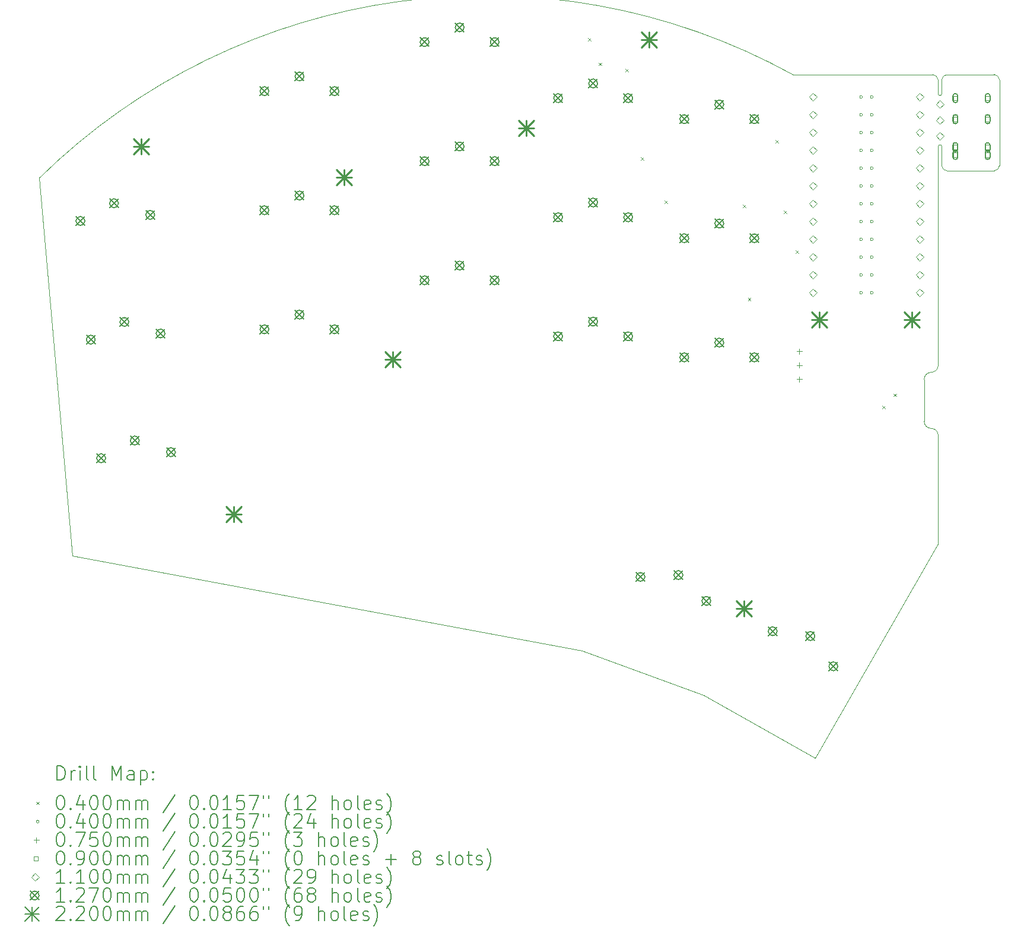
<source format=gbr>
%FSLAX45Y45*%
G04 Gerber Fmt 4.5, Leading zero omitted, Abs format (unit mm)*
G04 Created by KiCad (PCBNEW (6.0.4)) date 2022-07-01 15:59:25*
%MOMM*%
%LPD*%
G01*
G04 APERTURE LIST*
%TA.AperFunction,Profile*%
%ADD10C,0.050000*%
%TD*%
%ADD11C,0.200000*%
%ADD12C,0.040000*%
%ADD13C,0.075000*%
%ADD14C,0.090000*%
%ADD15C,0.110000*%
%ADD16C,0.127000*%
%ADD17C,0.220000*%
G04 APERTURE END LIST*
D10*
X13812426Y-12524195D02*
X14287561Y-17910769D01*
X27515337Y-12343949D02*
X27516000Y-11121000D01*
X26641000Y-17746000D02*
X26641000Y-16196697D01*
X26691000Y-12071000D02*
G75*
G03*
X26641000Y-12071000I-25000J-2241D01*
G01*
X26541000Y-15296000D02*
G75*
G03*
X26441000Y-15396000I270J-100270D01*
G01*
X26766000Y-11046000D02*
X27439918Y-11044469D01*
X26641001Y-11122531D02*
G75*
G03*
X26564918Y-11046000I-83291J-6719D01*
G01*
X26691000Y-12346000D02*
G75*
G03*
X26766000Y-12421000I81580J6580D01*
G01*
X26564918Y-11046000D02*
X24566000Y-11046000D01*
X26641000Y-11323091D02*
X26641000Y-11122531D01*
X21554000Y-19270000D02*
X23290000Y-19903000D01*
X26641000Y-12071000D02*
X26641000Y-15196000D01*
X26441000Y-15996000D02*
G75*
G03*
X26541000Y-16096000I99380J-620D01*
G01*
X23290000Y-19903000D02*
X24887000Y-20802000D01*
X27438806Y-12420028D02*
G75*
G03*
X27515337Y-12343949I-6717J83289D01*
G01*
X26766000Y-12421000D02*
X27438807Y-12420031D01*
X24566000Y-11046000D02*
G75*
G03*
X13812426Y-12524195I-4384341J-7958941D01*
G01*
X26641000Y-11323091D02*
G75*
G03*
X26691000Y-11323091I25000J2241D01*
G01*
X14287561Y-17910769D02*
X21554000Y-19270000D01*
X26691000Y-11323091D02*
X26691000Y-11121000D01*
X26441000Y-15396000D02*
X26441000Y-15996000D01*
X24887000Y-20802000D02*
X26641000Y-17746000D01*
X26766000Y-11046000D02*
G75*
G03*
X26691000Y-11121000I6580J-81580D01*
G01*
X26691000Y-12346000D02*
X26691000Y-12071000D01*
X26541000Y-15296000D02*
G75*
G03*
X26641000Y-15196000I-300J100300D01*
G01*
X26640996Y-16196697D02*
G75*
G03*
X26541000Y-16096000I-99756J937D01*
G01*
X27516001Y-11121000D02*
G75*
G03*
X27439918Y-11044469I-83291J-6720D01*
G01*
D11*
D12*
X21646000Y-10526000D02*
X21686000Y-10566000D01*
X21686000Y-10526000D02*
X21646000Y-10566000D01*
X21796000Y-10876000D02*
X21836000Y-10916000D01*
X21836000Y-10876000D02*
X21796000Y-10916000D01*
X22176000Y-10966000D02*
X22216000Y-11006000D01*
X22216000Y-10966000D02*
X22176000Y-11006000D01*
X22396000Y-12226000D02*
X22436000Y-12266000D01*
X22436000Y-12226000D02*
X22396000Y-12266000D01*
X22736000Y-12846000D02*
X22776000Y-12886000D01*
X22776000Y-12846000D02*
X22736000Y-12886000D01*
X23850730Y-12900730D02*
X23890730Y-12940730D01*
X23890730Y-12900730D02*
X23850730Y-12940730D01*
X23924770Y-14234770D02*
X23964770Y-14274770D01*
X23964770Y-14234770D02*
X23924770Y-14274770D01*
X24316000Y-11981000D02*
X24356000Y-12021000D01*
X24356000Y-11981000D02*
X24316000Y-12021000D01*
X24436000Y-12986000D02*
X24476000Y-13026000D01*
X24476000Y-12986000D02*
X24436000Y-13026000D01*
X24606000Y-13553540D02*
X24646000Y-13593540D01*
X24646000Y-13553540D02*
X24606000Y-13593540D01*
X25846000Y-15776000D02*
X25886000Y-15816000D01*
X25886000Y-15776000D02*
X25846000Y-15816000D01*
X26003500Y-15601000D02*
X26043500Y-15641000D01*
X26043500Y-15601000D02*
X26003500Y-15641000D01*
X25560800Y-11365000D02*
G75*
G03*
X25560800Y-11365000I-20000J0D01*
G01*
X25560800Y-11619000D02*
G75*
G03*
X25560800Y-11619000I-20000J0D01*
G01*
X25560800Y-11873000D02*
G75*
G03*
X25560800Y-11873000I-20000J0D01*
G01*
X25560800Y-12127000D02*
G75*
G03*
X25560800Y-12127000I-20000J0D01*
G01*
X25560800Y-12381000D02*
G75*
G03*
X25560800Y-12381000I-20000J0D01*
G01*
X25560800Y-12635000D02*
G75*
G03*
X25560800Y-12635000I-20000J0D01*
G01*
X25560800Y-12889000D02*
G75*
G03*
X25560800Y-12889000I-20000J0D01*
G01*
X25560800Y-13143000D02*
G75*
G03*
X25560800Y-13143000I-20000J0D01*
G01*
X25560800Y-13397000D02*
G75*
G03*
X25560800Y-13397000I-20000J0D01*
G01*
X25560800Y-13651000D02*
G75*
G03*
X25560800Y-13651000I-20000J0D01*
G01*
X25560800Y-13905000D02*
G75*
G03*
X25560800Y-13905000I-20000J0D01*
G01*
X25560800Y-14159000D02*
G75*
G03*
X25560800Y-14159000I-20000J0D01*
G01*
X25713200Y-11365000D02*
G75*
G03*
X25713200Y-11365000I-20000J0D01*
G01*
X25713200Y-11619000D02*
G75*
G03*
X25713200Y-11619000I-20000J0D01*
G01*
X25713200Y-11873000D02*
G75*
G03*
X25713200Y-11873000I-20000J0D01*
G01*
X25713200Y-12127000D02*
G75*
G03*
X25713200Y-12127000I-20000J0D01*
G01*
X25713200Y-12381000D02*
G75*
G03*
X25713200Y-12381000I-20000J0D01*
G01*
X25713200Y-12635000D02*
G75*
G03*
X25713200Y-12635000I-20000J0D01*
G01*
X25713200Y-12889000D02*
G75*
G03*
X25713200Y-12889000I-20000J0D01*
G01*
X25713200Y-13143000D02*
G75*
G03*
X25713200Y-13143000I-20000J0D01*
G01*
X25713200Y-13397000D02*
G75*
G03*
X25713200Y-13397000I-20000J0D01*
G01*
X25713200Y-13651000D02*
G75*
G03*
X25713200Y-13651000I-20000J0D01*
G01*
X25713200Y-13905000D02*
G75*
G03*
X25713200Y-13905000I-20000J0D01*
G01*
X25713200Y-14159000D02*
G75*
G03*
X25713200Y-14159000I-20000J0D01*
G01*
D13*
X24660000Y-14958000D02*
X24660000Y-15033000D01*
X24622500Y-14995500D02*
X24697500Y-14995500D01*
X24660000Y-15158000D02*
X24660000Y-15233000D01*
X24622500Y-15195500D02*
X24697500Y-15195500D01*
X24660000Y-15358000D02*
X24660000Y-15433000D01*
X24622500Y-15395500D02*
X24697500Y-15395500D01*
D14*
X26917820Y-11413820D02*
X26917820Y-11350180D01*
X26854180Y-11350180D01*
X26854180Y-11413820D01*
X26917820Y-11413820D01*
D11*
X26851000Y-11352000D02*
X26851000Y-11412000D01*
X26921000Y-11352000D02*
X26921000Y-11412000D01*
X26851000Y-11412000D02*
G75*
G03*
X26921000Y-11412000I35000J0D01*
G01*
X26921000Y-11352000D02*
G75*
G03*
X26851000Y-11352000I-35000J0D01*
G01*
D14*
X26917820Y-11713820D02*
X26917820Y-11650180D01*
X26854180Y-11650180D01*
X26854180Y-11713820D01*
X26917820Y-11713820D01*
D11*
X26851000Y-11652000D02*
X26851000Y-11712000D01*
X26921000Y-11652000D02*
X26921000Y-11712000D01*
X26851000Y-11712000D02*
G75*
G03*
X26921000Y-11712000I35000J0D01*
G01*
X26921000Y-11652000D02*
G75*
G03*
X26851000Y-11652000I-35000J0D01*
G01*
D14*
X26917820Y-12113820D02*
X26917820Y-12050180D01*
X26854180Y-12050180D01*
X26854180Y-12113820D01*
X26917820Y-12113820D01*
D11*
X26851000Y-12052000D02*
X26851000Y-12112000D01*
X26921000Y-12052000D02*
X26921000Y-12112000D01*
X26851000Y-12112000D02*
G75*
G03*
X26921000Y-12112000I35000J0D01*
G01*
X26921000Y-12052000D02*
G75*
G03*
X26851000Y-12052000I-35000J0D01*
G01*
D14*
X26917820Y-12223820D02*
X26917820Y-12160180D01*
X26854180Y-12160180D01*
X26854180Y-12223820D01*
X26917820Y-12223820D01*
D11*
X26851000Y-12162000D02*
X26851000Y-12222000D01*
X26921000Y-12162000D02*
X26921000Y-12222000D01*
X26851000Y-12222000D02*
G75*
G03*
X26921000Y-12222000I35000J0D01*
G01*
X26921000Y-12162000D02*
G75*
G03*
X26851000Y-12162000I-35000J0D01*
G01*
D14*
X27377820Y-11413820D02*
X27377820Y-11350180D01*
X27314180Y-11350180D01*
X27314180Y-11413820D01*
X27377820Y-11413820D01*
D11*
X27311000Y-11352000D02*
X27311000Y-11412000D01*
X27381000Y-11352000D02*
X27381000Y-11412000D01*
X27311000Y-11412000D02*
G75*
G03*
X27381000Y-11412000I35000J0D01*
G01*
X27381000Y-11352000D02*
G75*
G03*
X27311000Y-11352000I-35000J0D01*
G01*
D14*
X27377820Y-11713820D02*
X27377820Y-11650180D01*
X27314180Y-11650180D01*
X27314180Y-11713820D01*
X27377820Y-11713820D01*
D11*
X27311000Y-11652000D02*
X27311000Y-11712000D01*
X27381000Y-11652000D02*
X27381000Y-11712000D01*
X27311000Y-11712000D02*
G75*
G03*
X27381000Y-11712000I35000J0D01*
G01*
X27381000Y-11652000D02*
G75*
G03*
X27311000Y-11652000I-35000J0D01*
G01*
D14*
X27377820Y-12113820D02*
X27377820Y-12050180D01*
X27314180Y-12050180D01*
X27314180Y-12113820D01*
X27377820Y-12113820D01*
D11*
X27311000Y-12052000D02*
X27311000Y-12112000D01*
X27381000Y-12052000D02*
X27381000Y-12112000D01*
X27311000Y-12112000D02*
G75*
G03*
X27381000Y-12112000I35000J0D01*
G01*
X27381000Y-12052000D02*
G75*
G03*
X27311000Y-12052000I-35000J0D01*
G01*
D14*
X27377820Y-12223820D02*
X27377820Y-12160180D01*
X27314180Y-12160180D01*
X27314180Y-12223820D01*
X27377820Y-12223820D01*
D11*
X27311000Y-12162000D02*
X27311000Y-12222000D01*
X27381000Y-12162000D02*
X27381000Y-12222000D01*
X27311000Y-12222000D02*
G75*
G03*
X27381000Y-12222000I35000J0D01*
G01*
X27381000Y-12162000D02*
G75*
G03*
X27311000Y-12162000I-35000J0D01*
G01*
D15*
X24855000Y-11420000D02*
X24910000Y-11365000D01*
X24855000Y-11310000D01*
X24800000Y-11365000D01*
X24855000Y-11420000D01*
X24855000Y-11420000D02*
X24910000Y-11365000D01*
X24855000Y-11310000D01*
X24800000Y-11365000D01*
X24855000Y-11420000D01*
X24855000Y-11674000D02*
X24910000Y-11619000D01*
X24855000Y-11564000D01*
X24800000Y-11619000D01*
X24855000Y-11674000D01*
X24855000Y-11928000D02*
X24910000Y-11873000D01*
X24855000Y-11818000D01*
X24800000Y-11873000D01*
X24855000Y-11928000D01*
X24855000Y-12182000D02*
X24910000Y-12127000D01*
X24855000Y-12072000D01*
X24800000Y-12127000D01*
X24855000Y-12182000D01*
X24855000Y-12436000D02*
X24910000Y-12381000D01*
X24855000Y-12326000D01*
X24800000Y-12381000D01*
X24855000Y-12436000D01*
X24855000Y-12690000D02*
X24910000Y-12635000D01*
X24855000Y-12580000D01*
X24800000Y-12635000D01*
X24855000Y-12690000D01*
X24855000Y-12944000D02*
X24910000Y-12889000D01*
X24855000Y-12834000D01*
X24800000Y-12889000D01*
X24855000Y-12944000D01*
X24855000Y-13198000D02*
X24910000Y-13143000D01*
X24855000Y-13088000D01*
X24800000Y-13143000D01*
X24855000Y-13198000D01*
X24855000Y-13452000D02*
X24910000Y-13397000D01*
X24855000Y-13342000D01*
X24800000Y-13397000D01*
X24855000Y-13452000D01*
X24855000Y-13706000D02*
X24910000Y-13651000D01*
X24855000Y-13596000D01*
X24800000Y-13651000D01*
X24855000Y-13706000D01*
X24855000Y-13960000D02*
X24910000Y-13905000D01*
X24855000Y-13850000D01*
X24800000Y-13905000D01*
X24855000Y-13960000D01*
X24855000Y-14214000D02*
X24910000Y-14159000D01*
X24855000Y-14104000D01*
X24800000Y-14159000D01*
X24855000Y-14214000D01*
X26379000Y-11420000D02*
X26434000Y-11365000D01*
X26379000Y-11310000D01*
X26324000Y-11365000D01*
X26379000Y-11420000D01*
X26379000Y-11420000D02*
X26434000Y-11365000D01*
X26379000Y-11310000D01*
X26324000Y-11365000D01*
X26379000Y-11420000D01*
X26379000Y-11674000D02*
X26434000Y-11619000D01*
X26379000Y-11564000D01*
X26324000Y-11619000D01*
X26379000Y-11674000D01*
X26379000Y-11928000D02*
X26434000Y-11873000D01*
X26379000Y-11818000D01*
X26324000Y-11873000D01*
X26379000Y-11928000D01*
X26379000Y-12182000D02*
X26434000Y-12127000D01*
X26379000Y-12072000D01*
X26324000Y-12127000D01*
X26379000Y-12182000D01*
X26379000Y-12436000D02*
X26434000Y-12381000D01*
X26379000Y-12326000D01*
X26324000Y-12381000D01*
X26379000Y-12436000D01*
X26379000Y-12690000D02*
X26434000Y-12635000D01*
X26379000Y-12580000D01*
X26324000Y-12635000D01*
X26379000Y-12690000D01*
X26379000Y-12944000D02*
X26434000Y-12889000D01*
X26379000Y-12834000D01*
X26324000Y-12889000D01*
X26379000Y-12944000D01*
X26379000Y-13198000D02*
X26434000Y-13143000D01*
X26379000Y-13088000D01*
X26324000Y-13143000D01*
X26379000Y-13198000D01*
X26379000Y-13452000D02*
X26434000Y-13397000D01*
X26379000Y-13342000D01*
X26324000Y-13397000D01*
X26379000Y-13452000D01*
X26379000Y-13706000D02*
X26434000Y-13651000D01*
X26379000Y-13596000D01*
X26324000Y-13651000D01*
X26379000Y-13706000D01*
X26379000Y-13960000D02*
X26434000Y-13905000D01*
X26379000Y-13850000D01*
X26324000Y-13905000D01*
X26379000Y-13960000D01*
X26379000Y-14214000D02*
X26434000Y-14159000D01*
X26379000Y-14104000D01*
X26324000Y-14159000D01*
X26379000Y-14214000D01*
X26666000Y-11526000D02*
X26721000Y-11471000D01*
X26666000Y-11416000D01*
X26611000Y-11471000D01*
X26666000Y-11526000D01*
X26666000Y-11751000D02*
X26721000Y-11696000D01*
X26666000Y-11641000D01*
X26611000Y-11696000D01*
X26666000Y-11751000D01*
X26666000Y-11976000D02*
X26721000Y-11921000D01*
X26666000Y-11866000D01*
X26611000Y-11921000D01*
X26666000Y-11976000D01*
D16*
X14335655Y-13071874D02*
X14462655Y-13198874D01*
X14462655Y-13071874D02*
X14335655Y-13198874D01*
X14462655Y-13135374D02*
G75*
G03*
X14462655Y-13135374I-63500J0D01*
G01*
X14483820Y-14765405D02*
X14610820Y-14892405D01*
X14610820Y-14765405D02*
X14483820Y-14892405D01*
X14610820Y-14828905D02*
G75*
G03*
X14610820Y-14828905I-63500J0D01*
G01*
X14631985Y-16458936D02*
X14758985Y-16585936D01*
X14758985Y-16458936D02*
X14631985Y-16585936D01*
X14758985Y-16522436D02*
G75*
G03*
X14758985Y-16522436I-63500J0D01*
G01*
X14815450Y-12819095D02*
X14942450Y-12946095D01*
X14942450Y-12819095D02*
X14815450Y-12946095D01*
X14942450Y-12882595D02*
G75*
G03*
X14942450Y-12882595I-63500J0D01*
G01*
X14815450Y-12819095D02*
X14942450Y-12946095D01*
X14942450Y-12819095D02*
X14815450Y-12946095D01*
X14942450Y-12882595D02*
G75*
G03*
X14942450Y-12882595I-63500J0D01*
G01*
X14963615Y-14512626D02*
X15090615Y-14639626D01*
X15090615Y-14512626D02*
X14963615Y-14639626D01*
X15090615Y-14576126D02*
G75*
G03*
X15090615Y-14576126I-63500J0D01*
G01*
X14963615Y-14512626D02*
X15090615Y-14639626D01*
X15090615Y-14512626D02*
X14963615Y-14639626D01*
X15090615Y-14576126D02*
G75*
G03*
X15090615Y-14576126I-63500J0D01*
G01*
X15111779Y-16206157D02*
X15238779Y-16333157D01*
X15238779Y-16206157D02*
X15111779Y-16333157D01*
X15238779Y-16269657D02*
G75*
G03*
X15238779Y-16269657I-63500J0D01*
G01*
X15111779Y-16206157D02*
X15238779Y-16333157D01*
X15238779Y-16206157D02*
X15111779Y-16333157D01*
X15238779Y-16269657D02*
G75*
G03*
X15238779Y-16269657I-63500J0D01*
G01*
X15331850Y-12984718D02*
X15458850Y-13111718D01*
X15458850Y-12984718D02*
X15331850Y-13111718D01*
X15458850Y-13048218D02*
G75*
G03*
X15458850Y-13048218I-63500J0D01*
G01*
X15480015Y-14678249D02*
X15607015Y-14805249D01*
X15607015Y-14678249D02*
X15480015Y-14805249D01*
X15607015Y-14741749D02*
G75*
G03*
X15607015Y-14741749I-63500J0D01*
G01*
X15628180Y-16371780D02*
X15755180Y-16498780D01*
X15755180Y-16371780D02*
X15628180Y-16498780D01*
X15755180Y-16435280D02*
G75*
G03*
X15755180Y-16435280I-63500J0D01*
G01*
X16962500Y-11218500D02*
X17089500Y-11345500D01*
X17089500Y-11218500D02*
X16962500Y-11345500D01*
X17089500Y-11282000D02*
G75*
G03*
X17089500Y-11282000I-63500J0D01*
G01*
X16962500Y-12918500D02*
X17089500Y-13045500D01*
X17089500Y-12918500D02*
X16962500Y-13045500D01*
X17089500Y-12982000D02*
G75*
G03*
X17089500Y-12982000I-63500J0D01*
G01*
X16962500Y-14618500D02*
X17089500Y-14745500D01*
X17089500Y-14618500D02*
X16962500Y-14745500D01*
X17089500Y-14682000D02*
G75*
G03*
X17089500Y-14682000I-63500J0D01*
G01*
X17462500Y-11008500D02*
X17589500Y-11135500D01*
X17589500Y-11008500D02*
X17462500Y-11135500D01*
X17589500Y-11072000D02*
G75*
G03*
X17589500Y-11072000I-63500J0D01*
G01*
X17462500Y-11008500D02*
X17589500Y-11135500D01*
X17589500Y-11008500D02*
X17462500Y-11135500D01*
X17589500Y-11072000D02*
G75*
G03*
X17589500Y-11072000I-63500J0D01*
G01*
X17462500Y-12708500D02*
X17589500Y-12835500D01*
X17589500Y-12708500D02*
X17462500Y-12835500D01*
X17589500Y-12772000D02*
G75*
G03*
X17589500Y-12772000I-63500J0D01*
G01*
X17462500Y-12708500D02*
X17589500Y-12835500D01*
X17589500Y-12708500D02*
X17462500Y-12835500D01*
X17589500Y-12772000D02*
G75*
G03*
X17589500Y-12772000I-63500J0D01*
G01*
X17462500Y-14408500D02*
X17589500Y-14535500D01*
X17589500Y-14408500D02*
X17462500Y-14535500D01*
X17589500Y-14472000D02*
G75*
G03*
X17589500Y-14472000I-63500J0D01*
G01*
X17462500Y-14408500D02*
X17589500Y-14535500D01*
X17589500Y-14408500D02*
X17462500Y-14535500D01*
X17589500Y-14472000D02*
G75*
G03*
X17589500Y-14472000I-63500J0D01*
G01*
X17962500Y-11218500D02*
X18089500Y-11345500D01*
X18089500Y-11218500D02*
X17962500Y-11345500D01*
X18089500Y-11282000D02*
G75*
G03*
X18089500Y-11282000I-63500J0D01*
G01*
X17962500Y-12918500D02*
X18089500Y-13045500D01*
X18089500Y-12918500D02*
X17962500Y-13045500D01*
X18089500Y-12982000D02*
G75*
G03*
X18089500Y-12982000I-63500J0D01*
G01*
X17962500Y-14618500D02*
X18089500Y-14745500D01*
X18089500Y-14618500D02*
X17962500Y-14745500D01*
X18089500Y-14682000D02*
G75*
G03*
X18089500Y-14682000I-63500J0D01*
G01*
X19248500Y-10518500D02*
X19375500Y-10645500D01*
X19375500Y-10518500D02*
X19248500Y-10645500D01*
X19375500Y-10582000D02*
G75*
G03*
X19375500Y-10582000I-63500J0D01*
G01*
X19248500Y-12218500D02*
X19375500Y-12345500D01*
X19375500Y-12218500D02*
X19248500Y-12345500D01*
X19375500Y-12282000D02*
G75*
G03*
X19375500Y-12282000I-63500J0D01*
G01*
X19248500Y-13918500D02*
X19375500Y-14045500D01*
X19375500Y-13918500D02*
X19248500Y-14045500D01*
X19375500Y-13982000D02*
G75*
G03*
X19375500Y-13982000I-63500J0D01*
G01*
X19748500Y-10308500D02*
X19875500Y-10435500D01*
X19875500Y-10308500D02*
X19748500Y-10435500D01*
X19875500Y-10372000D02*
G75*
G03*
X19875500Y-10372000I-63500J0D01*
G01*
X19748500Y-10308500D02*
X19875500Y-10435500D01*
X19875500Y-10308500D02*
X19748500Y-10435500D01*
X19875500Y-10372000D02*
G75*
G03*
X19875500Y-10372000I-63500J0D01*
G01*
X19748500Y-12008500D02*
X19875500Y-12135500D01*
X19875500Y-12008500D02*
X19748500Y-12135500D01*
X19875500Y-12072000D02*
G75*
G03*
X19875500Y-12072000I-63500J0D01*
G01*
X19748500Y-12008500D02*
X19875500Y-12135500D01*
X19875500Y-12008500D02*
X19748500Y-12135500D01*
X19875500Y-12072000D02*
G75*
G03*
X19875500Y-12072000I-63500J0D01*
G01*
X19748500Y-13708500D02*
X19875500Y-13835500D01*
X19875500Y-13708500D02*
X19748500Y-13835500D01*
X19875500Y-13772000D02*
G75*
G03*
X19875500Y-13772000I-63500J0D01*
G01*
X19748500Y-13708500D02*
X19875500Y-13835500D01*
X19875500Y-13708500D02*
X19748500Y-13835500D01*
X19875500Y-13772000D02*
G75*
G03*
X19875500Y-13772000I-63500J0D01*
G01*
X20248500Y-10518500D02*
X20375500Y-10645500D01*
X20375500Y-10518500D02*
X20248500Y-10645500D01*
X20375500Y-10582000D02*
G75*
G03*
X20375500Y-10582000I-63500J0D01*
G01*
X20248500Y-12218500D02*
X20375500Y-12345500D01*
X20375500Y-12218500D02*
X20248500Y-12345500D01*
X20375500Y-12282000D02*
G75*
G03*
X20375500Y-12282000I-63500J0D01*
G01*
X20248500Y-13918500D02*
X20375500Y-14045500D01*
X20375500Y-13918500D02*
X20248500Y-14045500D01*
X20375500Y-13982000D02*
G75*
G03*
X20375500Y-13982000I-63500J0D01*
G01*
X21153500Y-11318500D02*
X21280500Y-11445500D01*
X21280500Y-11318500D02*
X21153500Y-11445500D01*
X21280500Y-11382000D02*
G75*
G03*
X21280500Y-11382000I-63500J0D01*
G01*
X21153500Y-13018500D02*
X21280500Y-13145500D01*
X21280500Y-13018500D02*
X21153500Y-13145500D01*
X21280500Y-13082000D02*
G75*
G03*
X21280500Y-13082000I-63500J0D01*
G01*
X21153500Y-14718500D02*
X21280500Y-14845500D01*
X21280500Y-14718500D02*
X21153500Y-14845500D01*
X21280500Y-14782000D02*
G75*
G03*
X21280500Y-14782000I-63500J0D01*
G01*
X21653500Y-11108500D02*
X21780500Y-11235500D01*
X21780500Y-11108500D02*
X21653500Y-11235500D01*
X21780500Y-11172000D02*
G75*
G03*
X21780500Y-11172000I-63500J0D01*
G01*
X21653500Y-11108500D02*
X21780500Y-11235500D01*
X21780500Y-11108500D02*
X21653500Y-11235500D01*
X21780500Y-11172000D02*
G75*
G03*
X21780500Y-11172000I-63500J0D01*
G01*
X21653500Y-12808500D02*
X21780500Y-12935500D01*
X21780500Y-12808500D02*
X21653500Y-12935500D01*
X21780500Y-12872000D02*
G75*
G03*
X21780500Y-12872000I-63500J0D01*
G01*
X21653500Y-12808500D02*
X21780500Y-12935500D01*
X21780500Y-12808500D02*
X21653500Y-12935500D01*
X21780500Y-12872000D02*
G75*
G03*
X21780500Y-12872000I-63500J0D01*
G01*
X21653500Y-14508500D02*
X21780500Y-14635500D01*
X21780500Y-14508500D02*
X21653500Y-14635500D01*
X21780500Y-14572000D02*
G75*
G03*
X21780500Y-14572000I-63500J0D01*
G01*
X21653500Y-14508500D02*
X21780500Y-14635500D01*
X21780500Y-14508500D02*
X21653500Y-14635500D01*
X21780500Y-14572000D02*
G75*
G03*
X21780500Y-14572000I-63500J0D01*
G01*
X22153500Y-11318500D02*
X22280500Y-11445500D01*
X22280500Y-11318500D02*
X22153500Y-11445500D01*
X22280500Y-11382000D02*
G75*
G03*
X22280500Y-11382000I-63500J0D01*
G01*
X22153500Y-13018500D02*
X22280500Y-13145500D01*
X22280500Y-13018500D02*
X22153500Y-13145500D01*
X22280500Y-13082000D02*
G75*
G03*
X22280500Y-13082000I-63500J0D01*
G01*
X22153500Y-14718500D02*
X22280500Y-14845500D01*
X22280500Y-14718500D02*
X22153500Y-14845500D01*
X22280500Y-14782000D02*
G75*
G03*
X22280500Y-14782000I-63500J0D01*
G01*
X22328568Y-18153043D02*
X22455568Y-18280043D01*
X22455568Y-18153043D02*
X22328568Y-18280043D01*
X22455568Y-18216543D02*
G75*
G03*
X22455568Y-18216543I-63500J0D01*
G01*
X22870239Y-18126718D02*
X22997239Y-18253718D01*
X22997239Y-18126718D02*
X22870239Y-18253718D01*
X22997239Y-18190218D02*
G75*
G03*
X22997239Y-18190218I-63500J0D01*
G01*
X22870239Y-18126718D02*
X22997239Y-18253718D01*
X22997239Y-18126718D02*
X22870239Y-18253718D01*
X22997239Y-18190218D02*
G75*
G03*
X22997239Y-18190218I-63500J0D01*
G01*
X22953500Y-11618500D02*
X23080500Y-11745500D01*
X23080500Y-11618500D02*
X22953500Y-11745500D01*
X23080500Y-11682000D02*
G75*
G03*
X23080500Y-11682000I-63500J0D01*
G01*
X22953500Y-13318500D02*
X23080500Y-13445500D01*
X23080500Y-13318500D02*
X22953500Y-13445500D01*
X23080500Y-13382000D02*
G75*
G03*
X23080500Y-13382000I-63500J0D01*
G01*
X22953500Y-15018500D02*
X23080500Y-15145500D01*
X23080500Y-15018500D02*
X22953500Y-15145500D01*
X23080500Y-15082000D02*
G75*
G03*
X23080500Y-15082000I-63500J0D01*
G01*
X23268261Y-18495063D02*
X23395261Y-18622063D01*
X23395261Y-18495063D02*
X23268261Y-18622063D01*
X23395261Y-18558563D02*
G75*
G03*
X23395261Y-18558563I-63500J0D01*
G01*
X23453500Y-11408500D02*
X23580500Y-11535500D01*
X23580500Y-11408500D02*
X23453500Y-11535500D01*
X23580500Y-11472000D02*
G75*
G03*
X23580500Y-11472000I-63500J0D01*
G01*
X23453500Y-11408500D02*
X23580500Y-11535500D01*
X23580500Y-11408500D02*
X23453500Y-11535500D01*
X23580500Y-11472000D02*
G75*
G03*
X23580500Y-11472000I-63500J0D01*
G01*
X23453500Y-13108500D02*
X23580500Y-13235500D01*
X23580500Y-13108500D02*
X23453500Y-13235500D01*
X23580500Y-13172000D02*
G75*
G03*
X23580500Y-13172000I-63500J0D01*
G01*
X23453500Y-13108500D02*
X23580500Y-13235500D01*
X23580500Y-13108500D02*
X23453500Y-13235500D01*
X23580500Y-13172000D02*
G75*
G03*
X23580500Y-13172000I-63500J0D01*
G01*
X23453500Y-14808500D02*
X23580500Y-14935500D01*
X23580500Y-14808500D02*
X23453500Y-14935500D01*
X23580500Y-14872000D02*
G75*
G03*
X23580500Y-14872000I-63500J0D01*
G01*
X23453500Y-14808500D02*
X23580500Y-14935500D01*
X23580500Y-14808500D02*
X23453500Y-14935500D01*
X23580500Y-14872000D02*
G75*
G03*
X23580500Y-14872000I-63500J0D01*
G01*
X23953500Y-11618500D02*
X24080500Y-11745500D01*
X24080500Y-11618500D02*
X23953500Y-11745500D01*
X24080500Y-11682000D02*
G75*
G03*
X24080500Y-11682000I-63500J0D01*
G01*
X23953500Y-13318500D02*
X24080500Y-13445500D01*
X24080500Y-13318500D02*
X23953500Y-13445500D01*
X24080500Y-13382000D02*
G75*
G03*
X24080500Y-13382000I-63500J0D01*
G01*
X23953500Y-15018500D02*
X24080500Y-15145500D01*
X24080500Y-15018500D02*
X23953500Y-15145500D01*
X24080500Y-15082000D02*
G75*
G03*
X24080500Y-15082000I-63500J0D01*
G01*
X24215184Y-18928417D02*
X24342184Y-19055417D01*
X24342184Y-18928417D02*
X24215184Y-19055417D01*
X24342184Y-18991917D02*
G75*
G03*
X24342184Y-18991917I-63500J0D01*
G01*
X24753196Y-18996552D02*
X24880196Y-19123552D01*
X24880196Y-18996552D02*
X24753196Y-19123552D01*
X24880196Y-19060052D02*
G75*
G03*
X24880196Y-19060052I-63500J0D01*
G01*
X24753196Y-18996552D02*
X24880196Y-19123552D01*
X24880196Y-18996552D02*
X24753196Y-19123552D01*
X24880196Y-19060052D02*
G75*
G03*
X24880196Y-19060052I-63500J0D01*
G01*
X25081209Y-19428417D02*
X25208209Y-19555417D01*
X25208209Y-19428417D02*
X25081209Y-19555417D01*
X25208209Y-19491917D02*
G75*
G03*
X25208209Y-19491917I-63500J0D01*
G01*
D17*
X15156000Y-11961000D02*
X15376000Y-12181000D01*
X15376000Y-11961000D02*
X15156000Y-12181000D01*
X15266000Y-11961000D02*
X15266000Y-12181000D01*
X15156000Y-12071000D02*
X15376000Y-12071000D01*
X16481000Y-17211000D02*
X16701000Y-17431000D01*
X16701000Y-17211000D02*
X16481000Y-17431000D01*
X16591000Y-17211000D02*
X16591000Y-17431000D01*
X16481000Y-17321000D02*
X16701000Y-17321000D01*
X18052222Y-12399500D02*
X18272222Y-12619500D01*
X18272222Y-12399500D02*
X18052222Y-12619500D01*
X18162222Y-12399500D02*
X18162222Y-12619500D01*
X18052222Y-12509500D02*
X18272222Y-12509500D01*
X18749500Y-15001778D02*
X18969500Y-15221778D01*
X18969500Y-15001778D02*
X18749500Y-15221778D01*
X18859500Y-15001778D02*
X18859500Y-15221778D01*
X18749500Y-15111778D02*
X18969500Y-15111778D01*
X20654500Y-11702222D02*
X20874500Y-11922222D01*
X20874500Y-11702222D02*
X20654500Y-11922222D01*
X20764500Y-11702222D02*
X20764500Y-11922222D01*
X20654500Y-11812222D02*
X20874500Y-11812222D01*
X22406000Y-10436000D02*
X22626000Y-10656000D01*
X22626000Y-10436000D02*
X22406000Y-10656000D01*
X22516000Y-10436000D02*
X22516000Y-10656000D01*
X22406000Y-10546000D02*
X22626000Y-10546000D01*
X23756000Y-18561000D02*
X23976000Y-18781000D01*
X23976000Y-18561000D02*
X23756000Y-18781000D01*
X23866000Y-18561000D02*
X23866000Y-18781000D01*
X23756000Y-18671000D02*
X23976000Y-18671000D01*
X24831000Y-14436000D02*
X25051000Y-14656000D01*
X25051000Y-14436000D02*
X24831000Y-14656000D01*
X24941000Y-14436000D02*
X24941000Y-14656000D01*
X24831000Y-14546000D02*
X25051000Y-14546000D01*
X26156000Y-14436000D02*
X26376000Y-14656000D01*
X26376000Y-14436000D02*
X26156000Y-14656000D01*
X26266000Y-14436000D02*
X26266000Y-14656000D01*
X26156000Y-14546000D02*
X26376000Y-14546000D01*
D11*
X14067545Y-21114976D02*
X14067545Y-20914976D01*
X14115164Y-20914976D01*
X14143736Y-20924500D01*
X14162783Y-20943548D01*
X14172307Y-20962595D01*
X14181831Y-21000690D01*
X14181831Y-21029262D01*
X14172307Y-21067357D01*
X14162783Y-21086405D01*
X14143736Y-21105452D01*
X14115164Y-21114976D01*
X14067545Y-21114976D01*
X14267545Y-21114976D02*
X14267545Y-20981643D01*
X14267545Y-21019738D02*
X14277069Y-21000690D01*
X14286593Y-20991167D01*
X14305640Y-20981643D01*
X14324688Y-20981643D01*
X14391355Y-21114976D02*
X14391355Y-20981643D01*
X14391355Y-20914976D02*
X14381831Y-20924500D01*
X14391355Y-20934024D01*
X14400878Y-20924500D01*
X14391355Y-20914976D01*
X14391355Y-20934024D01*
X14515164Y-21114976D02*
X14496117Y-21105452D01*
X14486593Y-21086405D01*
X14486593Y-20914976D01*
X14619926Y-21114976D02*
X14600878Y-21105452D01*
X14591355Y-21086405D01*
X14591355Y-20914976D01*
X14848498Y-21114976D02*
X14848498Y-20914976D01*
X14915164Y-21057833D01*
X14981831Y-20914976D01*
X14981831Y-21114976D01*
X15162783Y-21114976D02*
X15162783Y-21010214D01*
X15153259Y-20991167D01*
X15134212Y-20981643D01*
X15096117Y-20981643D01*
X15077069Y-20991167D01*
X15162783Y-21105452D02*
X15143736Y-21114976D01*
X15096117Y-21114976D01*
X15077069Y-21105452D01*
X15067545Y-21086405D01*
X15067545Y-21067357D01*
X15077069Y-21048310D01*
X15096117Y-21038786D01*
X15143736Y-21038786D01*
X15162783Y-21029262D01*
X15258021Y-20981643D02*
X15258021Y-21181643D01*
X15258021Y-20991167D02*
X15277069Y-20981643D01*
X15315164Y-20981643D01*
X15334212Y-20991167D01*
X15343736Y-21000690D01*
X15353259Y-21019738D01*
X15353259Y-21076881D01*
X15343736Y-21095929D01*
X15334212Y-21105452D01*
X15315164Y-21114976D01*
X15277069Y-21114976D01*
X15258021Y-21105452D01*
X15438974Y-21095929D02*
X15448498Y-21105452D01*
X15438974Y-21114976D01*
X15429450Y-21105452D01*
X15438974Y-21095929D01*
X15438974Y-21114976D01*
X15438974Y-20991167D02*
X15448498Y-21000690D01*
X15438974Y-21010214D01*
X15429450Y-21000690D01*
X15438974Y-20991167D01*
X15438974Y-21010214D01*
D12*
X13769926Y-21424500D02*
X13809926Y-21464500D01*
X13809926Y-21424500D02*
X13769926Y-21464500D01*
D11*
X14105640Y-21334976D02*
X14124688Y-21334976D01*
X14143736Y-21344500D01*
X14153259Y-21354024D01*
X14162783Y-21373071D01*
X14172307Y-21411167D01*
X14172307Y-21458786D01*
X14162783Y-21496881D01*
X14153259Y-21515929D01*
X14143736Y-21525452D01*
X14124688Y-21534976D01*
X14105640Y-21534976D01*
X14086593Y-21525452D01*
X14077069Y-21515929D01*
X14067545Y-21496881D01*
X14058021Y-21458786D01*
X14058021Y-21411167D01*
X14067545Y-21373071D01*
X14077069Y-21354024D01*
X14086593Y-21344500D01*
X14105640Y-21334976D01*
X14258021Y-21515929D02*
X14267545Y-21525452D01*
X14258021Y-21534976D01*
X14248498Y-21525452D01*
X14258021Y-21515929D01*
X14258021Y-21534976D01*
X14438974Y-21401643D02*
X14438974Y-21534976D01*
X14391355Y-21325452D02*
X14343736Y-21468310D01*
X14467545Y-21468310D01*
X14581831Y-21334976D02*
X14600878Y-21334976D01*
X14619926Y-21344500D01*
X14629450Y-21354024D01*
X14638974Y-21373071D01*
X14648498Y-21411167D01*
X14648498Y-21458786D01*
X14638974Y-21496881D01*
X14629450Y-21515929D01*
X14619926Y-21525452D01*
X14600878Y-21534976D01*
X14581831Y-21534976D01*
X14562783Y-21525452D01*
X14553259Y-21515929D01*
X14543736Y-21496881D01*
X14534212Y-21458786D01*
X14534212Y-21411167D01*
X14543736Y-21373071D01*
X14553259Y-21354024D01*
X14562783Y-21344500D01*
X14581831Y-21334976D01*
X14772307Y-21334976D02*
X14791355Y-21334976D01*
X14810402Y-21344500D01*
X14819926Y-21354024D01*
X14829450Y-21373071D01*
X14838974Y-21411167D01*
X14838974Y-21458786D01*
X14829450Y-21496881D01*
X14819926Y-21515929D01*
X14810402Y-21525452D01*
X14791355Y-21534976D01*
X14772307Y-21534976D01*
X14753259Y-21525452D01*
X14743736Y-21515929D01*
X14734212Y-21496881D01*
X14724688Y-21458786D01*
X14724688Y-21411167D01*
X14734212Y-21373071D01*
X14743736Y-21354024D01*
X14753259Y-21344500D01*
X14772307Y-21334976D01*
X14924688Y-21534976D02*
X14924688Y-21401643D01*
X14924688Y-21420690D02*
X14934212Y-21411167D01*
X14953259Y-21401643D01*
X14981831Y-21401643D01*
X15000878Y-21411167D01*
X15010402Y-21430214D01*
X15010402Y-21534976D01*
X15010402Y-21430214D02*
X15019926Y-21411167D01*
X15038974Y-21401643D01*
X15067545Y-21401643D01*
X15086593Y-21411167D01*
X15096117Y-21430214D01*
X15096117Y-21534976D01*
X15191355Y-21534976D02*
X15191355Y-21401643D01*
X15191355Y-21420690D02*
X15200878Y-21411167D01*
X15219926Y-21401643D01*
X15248498Y-21401643D01*
X15267545Y-21411167D01*
X15277069Y-21430214D01*
X15277069Y-21534976D01*
X15277069Y-21430214D02*
X15286593Y-21411167D01*
X15305640Y-21401643D01*
X15334212Y-21401643D01*
X15353259Y-21411167D01*
X15362783Y-21430214D01*
X15362783Y-21534976D01*
X15753259Y-21325452D02*
X15581831Y-21582595D01*
X16010402Y-21334976D02*
X16029450Y-21334976D01*
X16048498Y-21344500D01*
X16058021Y-21354024D01*
X16067545Y-21373071D01*
X16077069Y-21411167D01*
X16077069Y-21458786D01*
X16067545Y-21496881D01*
X16058021Y-21515929D01*
X16048498Y-21525452D01*
X16029450Y-21534976D01*
X16010402Y-21534976D01*
X15991355Y-21525452D01*
X15981831Y-21515929D01*
X15972307Y-21496881D01*
X15962783Y-21458786D01*
X15962783Y-21411167D01*
X15972307Y-21373071D01*
X15981831Y-21354024D01*
X15991355Y-21344500D01*
X16010402Y-21334976D01*
X16162783Y-21515929D02*
X16172307Y-21525452D01*
X16162783Y-21534976D01*
X16153259Y-21525452D01*
X16162783Y-21515929D01*
X16162783Y-21534976D01*
X16296117Y-21334976D02*
X16315164Y-21334976D01*
X16334212Y-21344500D01*
X16343736Y-21354024D01*
X16353259Y-21373071D01*
X16362783Y-21411167D01*
X16362783Y-21458786D01*
X16353259Y-21496881D01*
X16343736Y-21515929D01*
X16334212Y-21525452D01*
X16315164Y-21534976D01*
X16296117Y-21534976D01*
X16277069Y-21525452D01*
X16267545Y-21515929D01*
X16258021Y-21496881D01*
X16248498Y-21458786D01*
X16248498Y-21411167D01*
X16258021Y-21373071D01*
X16267545Y-21354024D01*
X16277069Y-21344500D01*
X16296117Y-21334976D01*
X16553259Y-21534976D02*
X16438974Y-21534976D01*
X16496117Y-21534976D02*
X16496117Y-21334976D01*
X16477069Y-21363548D01*
X16458021Y-21382595D01*
X16438974Y-21392119D01*
X16734212Y-21334976D02*
X16638974Y-21334976D01*
X16629450Y-21430214D01*
X16638974Y-21420690D01*
X16658021Y-21411167D01*
X16705640Y-21411167D01*
X16724688Y-21420690D01*
X16734212Y-21430214D01*
X16743736Y-21449262D01*
X16743736Y-21496881D01*
X16734212Y-21515929D01*
X16724688Y-21525452D01*
X16705640Y-21534976D01*
X16658021Y-21534976D01*
X16638974Y-21525452D01*
X16629450Y-21515929D01*
X16810402Y-21334976D02*
X16943736Y-21334976D01*
X16858021Y-21534976D01*
X17010402Y-21334976D02*
X17010402Y-21373071D01*
X17086593Y-21334976D02*
X17086593Y-21373071D01*
X17381831Y-21611167D02*
X17372307Y-21601643D01*
X17353260Y-21573071D01*
X17343736Y-21554024D01*
X17334212Y-21525452D01*
X17324688Y-21477833D01*
X17324688Y-21439738D01*
X17334212Y-21392119D01*
X17343736Y-21363548D01*
X17353260Y-21344500D01*
X17372307Y-21315929D01*
X17381831Y-21306405D01*
X17562783Y-21534976D02*
X17448498Y-21534976D01*
X17505640Y-21534976D02*
X17505640Y-21334976D01*
X17486593Y-21363548D01*
X17467545Y-21382595D01*
X17448498Y-21392119D01*
X17638974Y-21354024D02*
X17648498Y-21344500D01*
X17667545Y-21334976D01*
X17715164Y-21334976D01*
X17734212Y-21344500D01*
X17743736Y-21354024D01*
X17753260Y-21373071D01*
X17753260Y-21392119D01*
X17743736Y-21420690D01*
X17629450Y-21534976D01*
X17753260Y-21534976D01*
X17991355Y-21534976D02*
X17991355Y-21334976D01*
X18077069Y-21534976D02*
X18077069Y-21430214D01*
X18067545Y-21411167D01*
X18048498Y-21401643D01*
X18019926Y-21401643D01*
X18000879Y-21411167D01*
X17991355Y-21420690D01*
X18200879Y-21534976D02*
X18181831Y-21525452D01*
X18172307Y-21515929D01*
X18162783Y-21496881D01*
X18162783Y-21439738D01*
X18172307Y-21420690D01*
X18181831Y-21411167D01*
X18200879Y-21401643D01*
X18229450Y-21401643D01*
X18248498Y-21411167D01*
X18258021Y-21420690D01*
X18267545Y-21439738D01*
X18267545Y-21496881D01*
X18258021Y-21515929D01*
X18248498Y-21525452D01*
X18229450Y-21534976D01*
X18200879Y-21534976D01*
X18381831Y-21534976D02*
X18362783Y-21525452D01*
X18353260Y-21506405D01*
X18353260Y-21334976D01*
X18534212Y-21525452D02*
X18515164Y-21534976D01*
X18477069Y-21534976D01*
X18458021Y-21525452D01*
X18448498Y-21506405D01*
X18448498Y-21430214D01*
X18458021Y-21411167D01*
X18477069Y-21401643D01*
X18515164Y-21401643D01*
X18534212Y-21411167D01*
X18543736Y-21430214D01*
X18543736Y-21449262D01*
X18448498Y-21468310D01*
X18619926Y-21525452D02*
X18638974Y-21534976D01*
X18677069Y-21534976D01*
X18696117Y-21525452D01*
X18705640Y-21506405D01*
X18705640Y-21496881D01*
X18696117Y-21477833D01*
X18677069Y-21468310D01*
X18648498Y-21468310D01*
X18629450Y-21458786D01*
X18619926Y-21439738D01*
X18619926Y-21430214D01*
X18629450Y-21411167D01*
X18648498Y-21401643D01*
X18677069Y-21401643D01*
X18696117Y-21411167D01*
X18772307Y-21611167D02*
X18781831Y-21601643D01*
X18800879Y-21573071D01*
X18810402Y-21554024D01*
X18819926Y-21525452D01*
X18829450Y-21477833D01*
X18829450Y-21439738D01*
X18819926Y-21392119D01*
X18810402Y-21363548D01*
X18800879Y-21344500D01*
X18781831Y-21315929D01*
X18772307Y-21306405D01*
D12*
X13809926Y-21708500D02*
G75*
G03*
X13809926Y-21708500I-20000J0D01*
G01*
D11*
X14105640Y-21598976D02*
X14124688Y-21598976D01*
X14143736Y-21608500D01*
X14153259Y-21618024D01*
X14162783Y-21637071D01*
X14172307Y-21675167D01*
X14172307Y-21722786D01*
X14162783Y-21760881D01*
X14153259Y-21779929D01*
X14143736Y-21789452D01*
X14124688Y-21798976D01*
X14105640Y-21798976D01*
X14086593Y-21789452D01*
X14077069Y-21779929D01*
X14067545Y-21760881D01*
X14058021Y-21722786D01*
X14058021Y-21675167D01*
X14067545Y-21637071D01*
X14077069Y-21618024D01*
X14086593Y-21608500D01*
X14105640Y-21598976D01*
X14258021Y-21779929D02*
X14267545Y-21789452D01*
X14258021Y-21798976D01*
X14248498Y-21789452D01*
X14258021Y-21779929D01*
X14258021Y-21798976D01*
X14438974Y-21665643D02*
X14438974Y-21798976D01*
X14391355Y-21589452D02*
X14343736Y-21732310D01*
X14467545Y-21732310D01*
X14581831Y-21598976D02*
X14600878Y-21598976D01*
X14619926Y-21608500D01*
X14629450Y-21618024D01*
X14638974Y-21637071D01*
X14648498Y-21675167D01*
X14648498Y-21722786D01*
X14638974Y-21760881D01*
X14629450Y-21779929D01*
X14619926Y-21789452D01*
X14600878Y-21798976D01*
X14581831Y-21798976D01*
X14562783Y-21789452D01*
X14553259Y-21779929D01*
X14543736Y-21760881D01*
X14534212Y-21722786D01*
X14534212Y-21675167D01*
X14543736Y-21637071D01*
X14553259Y-21618024D01*
X14562783Y-21608500D01*
X14581831Y-21598976D01*
X14772307Y-21598976D02*
X14791355Y-21598976D01*
X14810402Y-21608500D01*
X14819926Y-21618024D01*
X14829450Y-21637071D01*
X14838974Y-21675167D01*
X14838974Y-21722786D01*
X14829450Y-21760881D01*
X14819926Y-21779929D01*
X14810402Y-21789452D01*
X14791355Y-21798976D01*
X14772307Y-21798976D01*
X14753259Y-21789452D01*
X14743736Y-21779929D01*
X14734212Y-21760881D01*
X14724688Y-21722786D01*
X14724688Y-21675167D01*
X14734212Y-21637071D01*
X14743736Y-21618024D01*
X14753259Y-21608500D01*
X14772307Y-21598976D01*
X14924688Y-21798976D02*
X14924688Y-21665643D01*
X14924688Y-21684690D02*
X14934212Y-21675167D01*
X14953259Y-21665643D01*
X14981831Y-21665643D01*
X15000878Y-21675167D01*
X15010402Y-21694214D01*
X15010402Y-21798976D01*
X15010402Y-21694214D02*
X15019926Y-21675167D01*
X15038974Y-21665643D01*
X15067545Y-21665643D01*
X15086593Y-21675167D01*
X15096117Y-21694214D01*
X15096117Y-21798976D01*
X15191355Y-21798976D02*
X15191355Y-21665643D01*
X15191355Y-21684690D02*
X15200878Y-21675167D01*
X15219926Y-21665643D01*
X15248498Y-21665643D01*
X15267545Y-21675167D01*
X15277069Y-21694214D01*
X15277069Y-21798976D01*
X15277069Y-21694214D02*
X15286593Y-21675167D01*
X15305640Y-21665643D01*
X15334212Y-21665643D01*
X15353259Y-21675167D01*
X15362783Y-21694214D01*
X15362783Y-21798976D01*
X15753259Y-21589452D02*
X15581831Y-21846595D01*
X16010402Y-21598976D02*
X16029450Y-21598976D01*
X16048498Y-21608500D01*
X16058021Y-21618024D01*
X16067545Y-21637071D01*
X16077069Y-21675167D01*
X16077069Y-21722786D01*
X16067545Y-21760881D01*
X16058021Y-21779929D01*
X16048498Y-21789452D01*
X16029450Y-21798976D01*
X16010402Y-21798976D01*
X15991355Y-21789452D01*
X15981831Y-21779929D01*
X15972307Y-21760881D01*
X15962783Y-21722786D01*
X15962783Y-21675167D01*
X15972307Y-21637071D01*
X15981831Y-21618024D01*
X15991355Y-21608500D01*
X16010402Y-21598976D01*
X16162783Y-21779929D02*
X16172307Y-21789452D01*
X16162783Y-21798976D01*
X16153259Y-21789452D01*
X16162783Y-21779929D01*
X16162783Y-21798976D01*
X16296117Y-21598976D02*
X16315164Y-21598976D01*
X16334212Y-21608500D01*
X16343736Y-21618024D01*
X16353259Y-21637071D01*
X16362783Y-21675167D01*
X16362783Y-21722786D01*
X16353259Y-21760881D01*
X16343736Y-21779929D01*
X16334212Y-21789452D01*
X16315164Y-21798976D01*
X16296117Y-21798976D01*
X16277069Y-21789452D01*
X16267545Y-21779929D01*
X16258021Y-21760881D01*
X16248498Y-21722786D01*
X16248498Y-21675167D01*
X16258021Y-21637071D01*
X16267545Y-21618024D01*
X16277069Y-21608500D01*
X16296117Y-21598976D01*
X16553259Y-21798976D02*
X16438974Y-21798976D01*
X16496117Y-21798976D02*
X16496117Y-21598976D01*
X16477069Y-21627548D01*
X16458021Y-21646595D01*
X16438974Y-21656119D01*
X16734212Y-21598976D02*
X16638974Y-21598976D01*
X16629450Y-21694214D01*
X16638974Y-21684690D01*
X16658021Y-21675167D01*
X16705640Y-21675167D01*
X16724688Y-21684690D01*
X16734212Y-21694214D01*
X16743736Y-21713262D01*
X16743736Y-21760881D01*
X16734212Y-21779929D01*
X16724688Y-21789452D01*
X16705640Y-21798976D01*
X16658021Y-21798976D01*
X16638974Y-21789452D01*
X16629450Y-21779929D01*
X16810402Y-21598976D02*
X16943736Y-21598976D01*
X16858021Y-21798976D01*
X17010402Y-21598976D02*
X17010402Y-21637071D01*
X17086593Y-21598976D02*
X17086593Y-21637071D01*
X17381831Y-21875167D02*
X17372307Y-21865643D01*
X17353260Y-21837071D01*
X17343736Y-21818024D01*
X17334212Y-21789452D01*
X17324688Y-21741833D01*
X17324688Y-21703738D01*
X17334212Y-21656119D01*
X17343736Y-21627548D01*
X17353260Y-21608500D01*
X17372307Y-21579929D01*
X17381831Y-21570405D01*
X17448498Y-21618024D02*
X17458021Y-21608500D01*
X17477069Y-21598976D01*
X17524688Y-21598976D01*
X17543736Y-21608500D01*
X17553260Y-21618024D01*
X17562783Y-21637071D01*
X17562783Y-21656119D01*
X17553260Y-21684690D01*
X17438974Y-21798976D01*
X17562783Y-21798976D01*
X17734212Y-21665643D02*
X17734212Y-21798976D01*
X17686593Y-21589452D02*
X17638974Y-21732310D01*
X17762783Y-21732310D01*
X17991355Y-21798976D02*
X17991355Y-21598976D01*
X18077069Y-21798976D02*
X18077069Y-21694214D01*
X18067545Y-21675167D01*
X18048498Y-21665643D01*
X18019926Y-21665643D01*
X18000879Y-21675167D01*
X17991355Y-21684690D01*
X18200879Y-21798976D02*
X18181831Y-21789452D01*
X18172307Y-21779929D01*
X18162783Y-21760881D01*
X18162783Y-21703738D01*
X18172307Y-21684690D01*
X18181831Y-21675167D01*
X18200879Y-21665643D01*
X18229450Y-21665643D01*
X18248498Y-21675167D01*
X18258021Y-21684690D01*
X18267545Y-21703738D01*
X18267545Y-21760881D01*
X18258021Y-21779929D01*
X18248498Y-21789452D01*
X18229450Y-21798976D01*
X18200879Y-21798976D01*
X18381831Y-21798976D02*
X18362783Y-21789452D01*
X18353260Y-21770405D01*
X18353260Y-21598976D01*
X18534212Y-21789452D02*
X18515164Y-21798976D01*
X18477069Y-21798976D01*
X18458021Y-21789452D01*
X18448498Y-21770405D01*
X18448498Y-21694214D01*
X18458021Y-21675167D01*
X18477069Y-21665643D01*
X18515164Y-21665643D01*
X18534212Y-21675167D01*
X18543736Y-21694214D01*
X18543736Y-21713262D01*
X18448498Y-21732310D01*
X18619926Y-21789452D02*
X18638974Y-21798976D01*
X18677069Y-21798976D01*
X18696117Y-21789452D01*
X18705640Y-21770405D01*
X18705640Y-21760881D01*
X18696117Y-21741833D01*
X18677069Y-21732310D01*
X18648498Y-21732310D01*
X18629450Y-21722786D01*
X18619926Y-21703738D01*
X18619926Y-21694214D01*
X18629450Y-21675167D01*
X18648498Y-21665643D01*
X18677069Y-21665643D01*
X18696117Y-21675167D01*
X18772307Y-21875167D02*
X18781831Y-21865643D01*
X18800879Y-21837071D01*
X18810402Y-21818024D01*
X18819926Y-21789452D01*
X18829450Y-21741833D01*
X18829450Y-21703738D01*
X18819926Y-21656119D01*
X18810402Y-21627548D01*
X18800879Y-21608500D01*
X18781831Y-21579929D01*
X18772307Y-21570405D01*
D13*
X13772426Y-21935000D02*
X13772426Y-22010000D01*
X13734926Y-21972500D02*
X13809926Y-21972500D01*
D11*
X14105640Y-21862976D02*
X14124688Y-21862976D01*
X14143736Y-21872500D01*
X14153259Y-21882024D01*
X14162783Y-21901071D01*
X14172307Y-21939167D01*
X14172307Y-21986786D01*
X14162783Y-22024881D01*
X14153259Y-22043929D01*
X14143736Y-22053452D01*
X14124688Y-22062976D01*
X14105640Y-22062976D01*
X14086593Y-22053452D01*
X14077069Y-22043929D01*
X14067545Y-22024881D01*
X14058021Y-21986786D01*
X14058021Y-21939167D01*
X14067545Y-21901071D01*
X14077069Y-21882024D01*
X14086593Y-21872500D01*
X14105640Y-21862976D01*
X14258021Y-22043929D02*
X14267545Y-22053452D01*
X14258021Y-22062976D01*
X14248498Y-22053452D01*
X14258021Y-22043929D01*
X14258021Y-22062976D01*
X14334212Y-21862976D02*
X14467545Y-21862976D01*
X14381831Y-22062976D01*
X14638974Y-21862976D02*
X14543736Y-21862976D01*
X14534212Y-21958214D01*
X14543736Y-21948690D01*
X14562783Y-21939167D01*
X14610402Y-21939167D01*
X14629450Y-21948690D01*
X14638974Y-21958214D01*
X14648498Y-21977262D01*
X14648498Y-22024881D01*
X14638974Y-22043929D01*
X14629450Y-22053452D01*
X14610402Y-22062976D01*
X14562783Y-22062976D01*
X14543736Y-22053452D01*
X14534212Y-22043929D01*
X14772307Y-21862976D02*
X14791355Y-21862976D01*
X14810402Y-21872500D01*
X14819926Y-21882024D01*
X14829450Y-21901071D01*
X14838974Y-21939167D01*
X14838974Y-21986786D01*
X14829450Y-22024881D01*
X14819926Y-22043929D01*
X14810402Y-22053452D01*
X14791355Y-22062976D01*
X14772307Y-22062976D01*
X14753259Y-22053452D01*
X14743736Y-22043929D01*
X14734212Y-22024881D01*
X14724688Y-21986786D01*
X14724688Y-21939167D01*
X14734212Y-21901071D01*
X14743736Y-21882024D01*
X14753259Y-21872500D01*
X14772307Y-21862976D01*
X14924688Y-22062976D02*
X14924688Y-21929643D01*
X14924688Y-21948690D02*
X14934212Y-21939167D01*
X14953259Y-21929643D01*
X14981831Y-21929643D01*
X15000878Y-21939167D01*
X15010402Y-21958214D01*
X15010402Y-22062976D01*
X15010402Y-21958214D02*
X15019926Y-21939167D01*
X15038974Y-21929643D01*
X15067545Y-21929643D01*
X15086593Y-21939167D01*
X15096117Y-21958214D01*
X15096117Y-22062976D01*
X15191355Y-22062976D02*
X15191355Y-21929643D01*
X15191355Y-21948690D02*
X15200878Y-21939167D01*
X15219926Y-21929643D01*
X15248498Y-21929643D01*
X15267545Y-21939167D01*
X15277069Y-21958214D01*
X15277069Y-22062976D01*
X15277069Y-21958214D02*
X15286593Y-21939167D01*
X15305640Y-21929643D01*
X15334212Y-21929643D01*
X15353259Y-21939167D01*
X15362783Y-21958214D01*
X15362783Y-22062976D01*
X15753259Y-21853452D02*
X15581831Y-22110595D01*
X16010402Y-21862976D02*
X16029450Y-21862976D01*
X16048498Y-21872500D01*
X16058021Y-21882024D01*
X16067545Y-21901071D01*
X16077069Y-21939167D01*
X16077069Y-21986786D01*
X16067545Y-22024881D01*
X16058021Y-22043929D01*
X16048498Y-22053452D01*
X16029450Y-22062976D01*
X16010402Y-22062976D01*
X15991355Y-22053452D01*
X15981831Y-22043929D01*
X15972307Y-22024881D01*
X15962783Y-21986786D01*
X15962783Y-21939167D01*
X15972307Y-21901071D01*
X15981831Y-21882024D01*
X15991355Y-21872500D01*
X16010402Y-21862976D01*
X16162783Y-22043929D02*
X16172307Y-22053452D01*
X16162783Y-22062976D01*
X16153259Y-22053452D01*
X16162783Y-22043929D01*
X16162783Y-22062976D01*
X16296117Y-21862976D02*
X16315164Y-21862976D01*
X16334212Y-21872500D01*
X16343736Y-21882024D01*
X16353259Y-21901071D01*
X16362783Y-21939167D01*
X16362783Y-21986786D01*
X16353259Y-22024881D01*
X16343736Y-22043929D01*
X16334212Y-22053452D01*
X16315164Y-22062976D01*
X16296117Y-22062976D01*
X16277069Y-22053452D01*
X16267545Y-22043929D01*
X16258021Y-22024881D01*
X16248498Y-21986786D01*
X16248498Y-21939167D01*
X16258021Y-21901071D01*
X16267545Y-21882024D01*
X16277069Y-21872500D01*
X16296117Y-21862976D01*
X16438974Y-21882024D02*
X16448498Y-21872500D01*
X16467545Y-21862976D01*
X16515164Y-21862976D01*
X16534212Y-21872500D01*
X16543736Y-21882024D01*
X16553259Y-21901071D01*
X16553259Y-21920119D01*
X16543736Y-21948690D01*
X16429450Y-22062976D01*
X16553259Y-22062976D01*
X16648498Y-22062976D02*
X16686593Y-22062976D01*
X16705640Y-22053452D01*
X16715164Y-22043929D01*
X16734212Y-22015357D01*
X16743736Y-21977262D01*
X16743736Y-21901071D01*
X16734212Y-21882024D01*
X16724688Y-21872500D01*
X16705640Y-21862976D01*
X16667545Y-21862976D01*
X16648498Y-21872500D01*
X16638974Y-21882024D01*
X16629450Y-21901071D01*
X16629450Y-21948690D01*
X16638974Y-21967738D01*
X16648498Y-21977262D01*
X16667545Y-21986786D01*
X16705640Y-21986786D01*
X16724688Y-21977262D01*
X16734212Y-21967738D01*
X16743736Y-21948690D01*
X16924688Y-21862976D02*
X16829450Y-21862976D01*
X16819926Y-21958214D01*
X16829450Y-21948690D01*
X16848498Y-21939167D01*
X16896117Y-21939167D01*
X16915164Y-21948690D01*
X16924688Y-21958214D01*
X16934212Y-21977262D01*
X16934212Y-22024881D01*
X16924688Y-22043929D01*
X16915164Y-22053452D01*
X16896117Y-22062976D01*
X16848498Y-22062976D01*
X16829450Y-22053452D01*
X16819926Y-22043929D01*
X17010402Y-21862976D02*
X17010402Y-21901071D01*
X17086593Y-21862976D02*
X17086593Y-21901071D01*
X17381831Y-22139167D02*
X17372307Y-22129643D01*
X17353260Y-22101071D01*
X17343736Y-22082024D01*
X17334212Y-22053452D01*
X17324688Y-22005833D01*
X17324688Y-21967738D01*
X17334212Y-21920119D01*
X17343736Y-21891548D01*
X17353260Y-21872500D01*
X17372307Y-21843929D01*
X17381831Y-21834405D01*
X17438974Y-21862976D02*
X17562783Y-21862976D01*
X17496117Y-21939167D01*
X17524688Y-21939167D01*
X17543736Y-21948690D01*
X17553260Y-21958214D01*
X17562783Y-21977262D01*
X17562783Y-22024881D01*
X17553260Y-22043929D01*
X17543736Y-22053452D01*
X17524688Y-22062976D01*
X17467545Y-22062976D01*
X17448498Y-22053452D01*
X17438974Y-22043929D01*
X17800879Y-22062976D02*
X17800879Y-21862976D01*
X17886593Y-22062976D02*
X17886593Y-21958214D01*
X17877069Y-21939167D01*
X17858021Y-21929643D01*
X17829450Y-21929643D01*
X17810402Y-21939167D01*
X17800879Y-21948690D01*
X18010402Y-22062976D02*
X17991355Y-22053452D01*
X17981831Y-22043929D01*
X17972307Y-22024881D01*
X17972307Y-21967738D01*
X17981831Y-21948690D01*
X17991355Y-21939167D01*
X18010402Y-21929643D01*
X18038974Y-21929643D01*
X18058021Y-21939167D01*
X18067545Y-21948690D01*
X18077069Y-21967738D01*
X18077069Y-22024881D01*
X18067545Y-22043929D01*
X18058021Y-22053452D01*
X18038974Y-22062976D01*
X18010402Y-22062976D01*
X18191355Y-22062976D02*
X18172307Y-22053452D01*
X18162783Y-22034405D01*
X18162783Y-21862976D01*
X18343736Y-22053452D02*
X18324688Y-22062976D01*
X18286593Y-22062976D01*
X18267545Y-22053452D01*
X18258021Y-22034405D01*
X18258021Y-21958214D01*
X18267545Y-21939167D01*
X18286593Y-21929643D01*
X18324688Y-21929643D01*
X18343736Y-21939167D01*
X18353260Y-21958214D01*
X18353260Y-21977262D01*
X18258021Y-21996310D01*
X18429450Y-22053452D02*
X18448498Y-22062976D01*
X18486593Y-22062976D01*
X18505640Y-22053452D01*
X18515164Y-22034405D01*
X18515164Y-22024881D01*
X18505640Y-22005833D01*
X18486593Y-21996310D01*
X18458021Y-21996310D01*
X18438974Y-21986786D01*
X18429450Y-21967738D01*
X18429450Y-21958214D01*
X18438974Y-21939167D01*
X18458021Y-21929643D01*
X18486593Y-21929643D01*
X18505640Y-21939167D01*
X18581831Y-22139167D02*
X18591355Y-22129643D01*
X18610402Y-22101071D01*
X18619926Y-22082024D01*
X18629450Y-22053452D01*
X18638974Y-22005833D01*
X18638974Y-21967738D01*
X18629450Y-21920119D01*
X18619926Y-21891548D01*
X18610402Y-21872500D01*
X18591355Y-21843929D01*
X18581831Y-21834405D01*
D14*
X13796746Y-22268320D02*
X13796746Y-22204680D01*
X13733106Y-22204680D01*
X13733106Y-22268320D01*
X13796746Y-22268320D01*
D11*
X14105640Y-22126976D02*
X14124688Y-22126976D01*
X14143736Y-22136500D01*
X14153259Y-22146024D01*
X14162783Y-22165071D01*
X14172307Y-22203167D01*
X14172307Y-22250786D01*
X14162783Y-22288881D01*
X14153259Y-22307929D01*
X14143736Y-22317452D01*
X14124688Y-22326976D01*
X14105640Y-22326976D01*
X14086593Y-22317452D01*
X14077069Y-22307929D01*
X14067545Y-22288881D01*
X14058021Y-22250786D01*
X14058021Y-22203167D01*
X14067545Y-22165071D01*
X14077069Y-22146024D01*
X14086593Y-22136500D01*
X14105640Y-22126976D01*
X14258021Y-22307929D02*
X14267545Y-22317452D01*
X14258021Y-22326976D01*
X14248498Y-22317452D01*
X14258021Y-22307929D01*
X14258021Y-22326976D01*
X14362783Y-22326976D02*
X14400878Y-22326976D01*
X14419926Y-22317452D01*
X14429450Y-22307929D01*
X14448498Y-22279357D01*
X14458021Y-22241262D01*
X14458021Y-22165071D01*
X14448498Y-22146024D01*
X14438974Y-22136500D01*
X14419926Y-22126976D01*
X14381831Y-22126976D01*
X14362783Y-22136500D01*
X14353259Y-22146024D01*
X14343736Y-22165071D01*
X14343736Y-22212690D01*
X14353259Y-22231738D01*
X14362783Y-22241262D01*
X14381831Y-22250786D01*
X14419926Y-22250786D01*
X14438974Y-22241262D01*
X14448498Y-22231738D01*
X14458021Y-22212690D01*
X14581831Y-22126976D02*
X14600878Y-22126976D01*
X14619926Y-22136500D01*
X14629450Y-22146024D01*
X14638974Y-22165071D01*
X14648498Y-22203167D01*
X14648498Y-22250786D01*
X14638974Y-22288881D01*
X14629450Y-22307929D01*
X14619926Y-22317452D01*
X14600878Y-22326976D01*
X14581831Y-22326976D01*
X14562783Y-22317452D01*
X14553259Y-22307929D01*
X14543736Y-22288881D01*
X14534212Y-22250786D01*
X14534212Y-22203167D01*
X14543736Y-22165071D01*
X14553259Y-22146024D01*
X14562783Y-22136500D01*
X14581831Y-22126976D01*
X14772307Y-22126976D02*
X14791355Y-22126976D01*
X14810402Y-22136500D01*
X14819926Y-22146024D01*
X14829450Y-22165071D01*
X14838974Y-22203167D01*
X14838974Y-22250786D01*
X14829450Y-22288881D01*
X14819926Y-22307929D01*
X14810402Y-22317452D01*
X14791355Y-22326976D01*
X14772307Y-22326976D01*
X14753259Y-22317452D01*
X14743736Y-22307929D01*
X14734212Y-22288881D01*
X14724688Y-22250786D01*
X14724688Y-22203167D01*
X14734212Y-22165071D01*
X14743736Y-22146024D01*
X14753259Y-22136500D01*
X14772307Y-22126976D01*
X14924688Y-22326976D02*
X14924688Y-22193643D01*
X14924688Y-22212690D02*
X14934212Y-22203167D01*
X14953259Y-22193643D01*
X14981831Y-22193643D01*
X15000878Y-22203167D01*
X15010402Y-22222214D01*
X15010402Y-22326976D01*
X15010402Y-22222214D02*
X15019926Y-22203167D01*
X15038974Y-22193643D01*
X15067545Y-22193643D01*
X15086593Y-22203167D01*
X15096117Y-22222214D01*
X15096117Y-22326976D01*
X15191355Y-22326976D02*
X15191355Y-22193643D01*
X15191355Y-22212690D02*
X15200878Y-22203167D01*
X15219926Y-22193643D01*
X15248498Y-22193643D01*
X15267545Y-22203167D01*
X15277069Y-22222214D01*
X15277069Y-22326976D01*
X15277069Y-22222214D02*
X15286593Y-22203167D01*
X15305640Y-22193643D01*
X15334212Y-22193643D01*
X15353259Y-22203167D01*
X15362783Y-22222214D01*
X15362783Y-22326976D01*
X15753259Y-22117452D02*
X15581831Y-22374595D01*
X16010402Y-22126976D02*
X16029450Y-22126976D01*
X16048498Y-22136500D01*
X16058021Y-22146024D01*
X16067545Y-22165071D01*
X16077069Y-22203167D01*
X16077069Y-22250786D01*
X16067545Y-22288881D01*
X16058021Y-22307929D01*
X16048498Y-22317452D01*
X16029450Y-22326976D01*
X16010402Y-22326976D01*
X15991355Y-22317452D01*
X15981831Y-22307929D01*
X15972307Y-22288881D01*
X15962783Y-22250786D01*
X15962783Y-22203167D01*
X15972307Y-22165071D01*
X15981831Y-22146024D01*
X15991355Y-22136500D01*
X16010402Y-22126976D01*
X16162783Y-22307929D02*
X16172307Y-22317452D01*
X16162783Y-22326976D01*
X16153259Y-22317452D01*
X16162783Y-22307929D01*
X16162783Y-22326976D01*
X16296117Y-22126976D02*
X16315164Y-22126976D01*
X16334212Y-22136500D01*
X16343736Y-22146024D01*
X16353259Y-22165071D01*
X16362783Y-22203167D01*
X16362783Y-22250786D01*
X16353259Y-22288881D01*
X16343736Y-22307929D01*
X16334212Y-22317452D01*
X16315164Y-22326976D01*
X16296117Y-22326976D01*
X16277069Y-22317452D01*
X16267545Y-22307929D01*
X16258021Y-22288881D01*
X16248498Y-22250786D01*
X16248498Y-22203167D01*
X16258021Y-22165071D01*
X16267545Y-22146024D01*
X16277069Y-22136500D01*
X16296117Y-22126976D01*
X16429450Y-22126976D02*
X16553259Y-22126976D01*
X16486593Y-22203167D01*
X16515164Y-22203167D01*
X16534212Y-22212690D01*
X16543736Y-22222214D01*
X16553259Y-22241262D01*
X16553259Y-22288881D01*
X16543736Y-22307929D01*
X16534212Y-22317452D01*
X16515164Y-22326976D01*
X16458021Y-22326976D01*
X16438974Y-22317452D01*
X16429450Y-22307929D01*
X16734212Y-22126976D02*
X16638974Y-22126976D01*
X16629450Y-22222214D01*
X16638974Y-22212690D01*
X16658021Y-22203167D01*
X16705640Y-22203167D01*
X16724688Y-22212690D01*
X16734212Y-22222214D01*
X16743736Y-22241262D01*
X16743736Y-22288881D01*
X16734212Y-22307929D01*
X16724688Y-22317452D01*
X16705640Y-22326976D01*
X16658021Y-22326976D01*
X16638974Y-22317452D01*
X16629450Y-22307929D01*
X16915164Y-22193643D02*
X16915164Y-22326976D01*
X16867545Y-22117452D02*
X16819926Y-22260310D01*
X16943736Y-22260310D01*
X17010402Y-22126976D02*
X17010402Y-22165071D01*
X17086593Y-22126976D02*
X17086593Y-22165071D01*
X17381831Y-22403167D02*
X17372307Y-22393643D01*
X17353260Y-22365071D01*
X17343736Y-22346024D01*
X17334212Y-22317452D01*
X17324688Y-22269833D01*
X17324688Y-22231738D01*
X17334212Y-22184119D01*
X17343736Y-22155548D01*
X17353260Y-22136500D01*
X17372307Y-22107929D01*
X17381831Y-22098405D01*
X17496117Y-22126976D02*
X17515164Y-22126976D01*
X17534212Y-22136500D01*
X17543736Y-22146024D01*
X17553260Y-22165071D01*
X17562783Y-22203167D01*
X17562783Y-22250786D01*
X17553260Y-22288881D01*
X17543736Y-22307929D01*
X17534212Y-22317452D01*
X17515164Y-22326976D01*
X17496117Y-22326976D01*
X17477069Y-22317452D01*
X17467545Y-22307929D01*
X17458021Y-22288881D01*
X17448498Y-22250786D01*
X17448498Y-22203167D01*
X17458021Y-22165071D01*
X17467545Y-22146024D01*
X17477069Y-22136500D01*
X17496117Y-22126976D01*
X17800879Y-22326976D02*
X17800879Y-22126976D01*
X17886593Y-22326976D02*
X17886593Y-22222214D01*
X17877069Y-22203167D01*
X17858021Y-22193643D01*
X17829450Y-22193643D01*
X17810402Y-22203167D01*
X17800879Y-22212690D01*
X18010402Y-22326976D02*
X17991355Y-22317452D01*
X17981831Y-22307929D01*
X17972307Y-22288881D01*
X17972307Y-22231738D01*
X17981831Y-22212690D01*
X17991355Y-22203167D01*
X18010402Y-22193643D01*
X18038974Y-22193643D01*
X18058021Y-22203167D01*
X18067545Y-22212690D01*
X18077069Y-22231738D01*
X18077069Y-22288881D01*
X18067545Y-22307929D01*
X18058021Y-22317452D01*
X18038974Y-22326976D01*
X18010402Y-22326976D01*
X18191355Y-22326976D02*
X18172307Y-22317452D01*
X18162783Y-22298405D01*
X18162783Y-22126976D01*
X18343736Y-22317452D02*
X18324688Y-22326976D01*
X18286593Y-22326976D01*
X18267545Y-22317452D01*
X18258021Y-22298405D01*
X18258021Y-22222214D01*
X18267545Y-22203167D01*
X18286593Y-22193643D01*
X18324688Y-22193643D01*
X18343736Y-22203167D01*
X18353260Y-22222214D01*
X18353260Y-22241262D01*
X18258021Y-22260310D01*
X18429450Y-22317452D02*
X18448498Y-22326976D01*
X18486593Y-22326976D01*
X18505640Y-22317452D01*
X18515164Y-22298405D01*
X18515164Y-22288881D01*
X18505640Y-22269833D01*
X18486593Y-22260310D01*
X18458021Y-22260310D01*
X18438974Y-22250786D01*
X18429450Y-22231738D01*
X18429450Y-22222214D01*
X18438974Y-22203167D01*
X18458021Y-22193643D01*
X18486593Y-22193643D01*
X18505640Y-22203167D01*
X18753260Y-22250786D02*
X18905640Y-22250786D01*
X18829450Y-22326976D02*
X18829450Y-22174595D01*
X19181831Y-22212690D02*
X19162783Y-22203167D01*
X19153260Y-22193643D01*
X19143736Y-22174595D01*
X19143736Y-22165071D01*
X19153260Y-22146024D01*
X19162783Y-22136500D01*
X19181831Y-22126976D01*
X19219926Y-22126976D01*
X19238974Y-22136500D01*
X19248498Y-22146024D01*
X19258021Y-22165071D01*
X19258021Y-22174595D01*
X19248498Y-22193643D01*
X19238974Y-22203167D01*
X19219926Y-22212690D01*
X19181831Y-22212690D01*
X19162783Y-22222214D01*
X19153260Y-22231738D01*
X19143736Y-22250786D01*
X19143736Y-22288881D01*
X19153260Y-22307929D01*
X19162783Y-22317452D01*
X19181831Y-22326976D01*
X19219926Y-22326976D01*
X19238974Y-22317452D01*
X19248498Y-22307929D01*
X19258021Y-22288881D01*
X19258021Y-22250786D01*
X19248498Y-22231738D01*
X19238974Y-22222214D01*
X19219926Y-22212690D01*
X19486593Y-22317452D02*
X19505640Y-22326976D01*
X19543736Y-22326976D01*
X19562783Y-22317452D01*
X19572307Y-22298405D01*
X19572307Y-22288881D01*
X19562783Y-22269833D01*
X19543736Y-22260310D01*
X19515164Y-22260310D01*
X19496117Y-22250786D01*
X19486593Y-22231738D01*
X19486593Y-22222214D01*
X19496117Y-22203167D01*
X19515164Y-22193643D01*
X19543736Y-22193643D01*
X19562783Y-22203167D01*
X19686593Y-22326976D02*
X19667545Y-22317452D01*
X19658021Y-22298405D01*
X19658021Y-22126976D01*
X19791355Y-22326976D02*
X19772307Y-22317452D01*
X19762783Y-22307929D01*
X19753260Y-22288881D01*
X19753260Y-22231738D01*
X19762783Y-22212690D01*
X19772307Y-22203167D01*
X19791355Y-22193643D01*
X19819926Y-22193643D01*
X19838974Y-22203167D01*
X19848498Y-22212690D01*
X19858021Y-22231738D01*
X19858021Y-22288881D01*
X19848498Y-22307929D01*
X19838974Y-22317452D01*
X19819926Y-22326976D01*
X19791355Y-22326976D01*
X19915164Y-22193643D02*
X19991355Y-22193643D01*
X19943736Y-22126976D02*
X19943736Y-22298405D01*
X19953260Y-22317452D01*
X19972307Y-22326976D01*
X19991355Y-22326976D01*
X20048498Y-22317452D02*
X20067545Y-22326976D01*
X20105640Y-22326976D01*
X20124688Y-22317452D01*
X20134212Y-22298405D01*
X20134212Y-22288881D01*
X20124688Y-22269833D01*
X20105640Y-22260310D01*
X20077069Y-22260310D01*
X20058021Y-22250786D01*
X20048498Y-22231738D01*
X20048498Y-22222214D01*
X20058021Y-22203167D01*
X20077069Y-22193643D01*
X20105640Y-22193643D01*
X20124688Y-22203167D01*
X20200879Y-22403167D02*
X20210402Y-22393643D01*
X20229450Y-22365071D01*
X20238974Y-22346024D01*
X20248498Y-22317452D01*
X20258021Y-22269833D01*
X20258021Y-22231738D01*
X20248498Y-22184119D01*
X20238974Y-22155548D01*
X20229450Y-22136500D01*
X20210402Y-22107929D01*
X20200879Y-22098405D01*
D15*
X13754926Y-22555500D02*
X13809926Y-22500500D01*
X13754926Y-22445500D01*
X13699926Y-22500500D01*
X13754926Y-22555500D01*
D11*
X14172307Y-22590976D02*
X14058021Y-22590976D01*
X14115164Y-22590976D02*
X14115164Y-22390976D01*
X14096117Y-22419548D01*
X14077069Y-22438595D01*
X14058021Y-22448119D01*
X14258021Y-22571928D02*
X14267545Y-22581452D01*
X14258021Y-22590976D01*
X14248498Y-22581452D01*
X14258021Y-22571928D01*
X14258021Y-22590976D01*
X14458021Y-22590976D02*
X14343736Y-22590976D01*
X14400878Y-22590976D02*
X14400878Y-22390976D01*
X14381831Y-22419548D01*
X14362783Y-22438595D01*
X14343736Y-22448119D01*
X14581831Y-22390976D02*
X14600878Y-22390976D01*
X14619926Y-22400500D01*
X14629450Y-22410024D01*
X14638974Y-22429071D01*
X14648498Y-22467167D01*
X14648498Y-22514786D01*
X14638974Y-22552881D01*
X14629450Y-22571928D01*
X14619926Y-22581452D01*
X14600878Y-22590976D01*
X14581831Y-22590976D01*
X14562783Y-22581452D01*
X14553259Y-22571928D01*
X14543736Y-22552881D01*
X14534212Y-22514786D01*
X14534212Y-22467167D01*
X14543736Y-22429071D01*
X14553259Y-22410024D01*
X14562783Y-22400500D01*
X14581831Y-22390976D01*
X14772307Y-22390976D02*
X14791355Y-22390976D01*
X14810402Y-22400500D01*
X14819926Y-22410024D01*
X14829450Y-22429071D01*
X14838974Y-22467167D01*
X14838974Y-22514786D01*
X14829450Y-22552881D01*
X14819926Y-22571928D01*
X14810402Y-22581452D01*
X14791355Y-22590976D01*
X14772307Y-22590976D01*
X14753259Y-22581452D01*
X14743736Y-22571928D01*
X14734212Y-22552881D01*
X14724688Y-22514786D01*
X14724688Y-22467167D01*
X14734212Y-22429071D01*
X14743736Y-22410024D01*
X14753259Y-22400500D01*
X14772307Y-22390976D01*
X14924688Y-22590976D02*
X14924688Y-22457643D01*
X14924688Y-22476690D02*
X14934212Y-22467167D01*
X14953259Y-22457643D01*
X14981831Y-22457643D01*
X15000878Y-22467167D01*
X15010402Y-22486214D01*
X15010402Y-22590976D01*
X15010402Y-22486214D02*
X15019926Y-22467167D01*
X15038974Y-22457643D01*
X15067545Y-22457643D01*
X15086593Y-22467167D01*
X15096117Y-22486214D01*
X15096117Y-22590976D01*
X15191355Y-22590976D02*
X15191355Y-22457643D01*
X15191355Y-22476690D02*
X15200878Y-22467167D01*
X15219926Y-22457643D01*
X15248498Y-22457643D01*
X15267545Y-22467167D01*
X15277069Y-22486214D01*
X15277069Y-22590976D01*
X15277069Y-22486214D02*
X15286593Y-22467167D01*
X15305640Y-22457643D01*
X15334212Y-22457643D01*
X15353259Y-22467167D01*
X15362783Y-22486214D01*
X15362783Y-22590976D01*
X15753259Y-22381452D02*
X15581831Y-22638595D01*
X16010402Y-22390976D02*
X16029450Y-22390976D01*
X16048498Y-22400500D01*
X16058021Y-22410024D01*
X16067545Y-22429071D01*
X16077069Y-22467167D01*
X16077069Y-22514786D01*
X16067545Y-22552881D01*
X16058021Y-22571928D01*
X16048498Y-22581452D01*
X16029450Y-22590976D01*
X16010402Y-22590976D01*
X15991355Y-22581452D01*
X15981831Y-22571928D01*
X15972307Y-22552881D01*
X15962783Y-22514786D01*
X15962783Y-22467167D01*
X15972307Y-22429071D01*
X15981831Y-22410024D01*
X15991355Y-22400500D01*
X16010402Y-22390976D01*
X16162783Y-22571928D02*
X16172307Y-22581452D01*
X16162783Y-22590976D01*
X16153259Y-22581452D01*
X16162783Y-22571928D01*
X16162783Y-22590976D01*
X16296117Y-22390976D02*
X16315164Y-22390976D01*
X16334212Y-22400500D01*
X16343736Y-22410024D01*
X16353259Y-22429071D01*
X16362783Y-22467167D01*
X16362783Y-22514786D01*
X16353259Y-22552881D01*
X16343736Y-22571928D01*
X16334212Y-22581452D01*
X16315164Y-22590976D01*
X16296117Y-22590976D01*
X16277069Y-22581452D01*
X16267545Y-22571928D01*
X16258021Y-22552881D01*
X16248498Y-22514786D01*
X16248498Y-22467167D01*
X16258021Y-22429071D01*
X16267545Y-22410024D01*
X16277069Y-22400500D01*
X16296117Y-22390976D01*
X16534212Y-22457643D02*
X16534212Y-22590976D01*
X16486593Y-22381452D02*
X16438974Y-22524309D01*
X16562783Y-22524309D01*
X16619926Y-22390976D02*
X16743736Y-22390976D01*
X16677069Y-22467167D01*
X16705640Y-22467167D01*
X16724688Y-22476690D01*
X16734212Y-22486214D01*
X16743736Y-22505262D01*
X16743736Y-22552881D01*
X16734212Y-22571928D01*
X16724688Y-22581452D01*
X16705640Y-22590976D01*
X16648498Y-22590976D01*
X16629450Y-22581452D01*
X16619926Y-22571928D01*
X16810402Y-22390976D02*
X16934212Y-22390976D01*
X16867545Y-22467167D01*
X16896117Y-22467167D01*
X16915164Y-22476690D01*
X16924688Y-22486214D01*
X16934212Y-22505262D01*
X16934212Y-22552881D01*
X16924688Y-22571928D01*
X16915164Y-22581452D01*
X16896117Y-22590976D01*
X16838974Y-22590976D01*
X16819926Y-22581452D01*
X16810402Y-22571928D01*
X17010402Y-22390976D02*
X17010402Y-22429071D01*
X17086593Y-22390976D02*
X17086593Y-22429071D01*
X17381831Y-22667167D02*
X17372307Y-22657643D01*
X17353260Y-22629071D01*
X17343736Y-22610024D01*
X17334212Y-22581452D01*
X17324688Y-22533833D01*
X17324688Y-22495738D01*
X17334212Y-22448119D01*
X17343736Y-22419548D01*
X17353260Y-22400500D01*
X17372307Y-22371928D01*
X17381831Y-22362405D01*
X17448498Y-22410024D02*
X17458021Y-22400500D01*
X17477069Y-22390976D01*
X17524688Y-22390976D01*
X17543736Y-22400500D01*
X17553260Y-22410024D01*
X17562783Y-22429071D01*
X17562783Y-22448119D01*
X17553260Y-22476690D01*
X17438974Y-22590976D01*
X17562783Y-22590976D01*
X17658021Y-22590976D02*
X17696117Y-22590976D01*
X17715164Y-22581452D01*
X17724688Y-22571928D01*
X17743736Y-22543357D01*
X17753260Y-22505262D01*
X17753260Y-22429071D01*
X17743736Y-22410024D01*
X17734212Y-22400500D01*
X17715164Y-22390976D01*
X17677069Y-22390976D01*
X17658021Y-22400500D01*
X17648498Y-22410024D01*
X17638974Y-22429071D01*
X17638974Y-22476690D01*
X17648498Y-22495738D01*
X17658021Y-22505262D01*
X17677069Y-22514786D01*
X17715164Y-22514786D01*
X17734212Y-22505262D01*
X17743736Y-22495738D01*
X17753260Y-22476690D01*
X17991355Y-22590976D02*
X17991355Y-22390976D01*
X18077069Y-22590976D02*
X18077069Y-22486214D01*
X18067545Y-22467167D01*
X18048498Y-22457643D01*
X18019926Y-22457643D01*
X18000879Y-22467167D01*
X17991355Y-22476690D01*
X18200879Y-22590976D02*
X18181831Y-22581452D01*
X18172307Y-22571928D01*
X18162783Y-22552881D01*
X18162783Y-22495738D01*
X18172307Y-22476690D01*
X18181831Y-22467167D01*
X18200879Y-22457643D01*
X18229450Y-22457643D01*
X18248498Y-22467167D01*
X18258021Y-22476690D01*
X18267545Y-22495738D01*
X18267545Y-22552881D01*
X18258021Y-22571928D01*
X18248498Y-22581452D01*
X18229450Y-22590976D01*
X18200879Y-22590976D01*
X18381831Y-22590976D02*
X18362783Y-22581452D01*
X18353260Y-22562405D01*
X18353260Y-22390976D01*
X18534212Y-22581452D02*
X18515164Y-22590976D01*
X18477069Y-22590976D01*
X18458021Y-22581452D01*
X18448498Y-22562405D01*
X18448498Y-22486214D01*
X18458021Y-22467167D01*
X18477069Y-22457643D01*
X18515164Y-22457643D01*
X18534212Y-22467167D01*
X18543736Y-22486214D01*
X18543736Y-22505262D01*
X18448498Y-22524309D01*
X18619926Y-22581452D02*
X18638974Y-22590976D01*
X18677069Y-22590976D01*
X18696117Y-22581452D01*
X18705640Y-22562405D01*
X18705640Y-22552881D01*
X18696117Y-22533833D01*
X18677069Y-22524309D01*
X18648498Y-22524309D01*
X18629450Y-22514786D01*
X18619926Y-22495738D01*
X18619926Y-22486214D01*
X18629450Y-22467167D01*
X18648498Y-22457643D01*
X18677069Y-22457643D01*
X18696117Y-22467167D01*
X18772307Y-22667167D02*
X18781831Y-22657643D01*
X18800879Y-22629071D01*
X18810402Y-22610024D01*
X18819926Y-22581452D01*
X18829450Y-22533833D01*
X18829450Y-22495738D01*
X18819926Y-22448119D01*
X18810402Y-22419548D01*
X18800879Y-22400500D01*
X18781831Y-22371928D01*
X18772307Y-22362405D01*
D16*
X13682926Y-22701000D02*
X13809926Y-22828000D01*
X13809926Y-22701000D02*
X13682926Y-22828000D01*
X13809926Y-22764500D02*
G75*
G03*
X13809926Y-22764500I-63500J0D01*
G01*
D11*
X14172307Y-22854976D02*
X14058021Y-22854976D01*
X14115164Y-22854976D02*
X14115164Y-22654976D01*
X14096117Y-22683548D01*
X14077069Y-22702595D01*
X14058021Y-22712119D01*
X14258021Y-22835928D02*
X14267545Y-22845452D01*
X14258021Y-22854976D01*
X14248498Y-22845452D01*
X14258021Y-22835928D01*
X14258021Y-22854976D01*
X14343736Y-22674024D02*
X14353259Y-22664500D01*
X14372307Y-22654976D01*
X14419926Y-22654976D01*
X14438974Y-22664500D01*
X14448498Y-22674024D01*
X14458021Y-22693071D01*
X14458021Y-22712119D01*
X14448498Y-22740690D01*
X14334212Y-22854976D01*
X14458021Y-22854976D01*
X14524688Y-22654976D02*
X14658021Y-22654976D01*
X14572307Y-22854976D01*
X14772307Y-22654976D02*
X14791355Y-22654976D01*
X14810402Y-22664500D01*
X14819926Y-22674024D01*
X14829450Y-22693071D01*
X14838974Y-22731167D01*
X14838974Y-22778786D01*
X14829450Y-22816881D01*
X14819926Y-22835928D01*
X14810402Y-22845452D01*
X14791355Y-22854976D01*
X14772307Y-22854976D01*
X14753259Y-22845452D01*
X14743736Y-22835928D01*
X14734212Y-22816881D01*
X14724688Y-22778786D01*
X14724688Y-22731167D01*
X14734212Y-22693071D01*
X14743736Y-22674024D01*
X14753259Y-22664500D01*
X14772307Y-22654976D01*
X14924688Y-22854976D02*
X14924688Y-22721643D01*
X14924688Y-22740690D02*
X14934212Y-22731167D01*
X14953259Y-22721643D01*
X14981831Y-22721643D01*
X15000878Y-22731167D01*
X15010402Y-22750214D01*
X15010402Y-22854976D01*
X15010402Y-22750214D02*
X15019926Y-22731167D01*
X15038974Y-22721643D01*
X15067545Y-22721643D01*
X15086593Y-22731167D01*
X15096117Y-22750214D01*
X15096117Y-22854976D01*
X15191355Y-22854976D02*
X15191355Y-22721643D01*
X15191355Y-22740690D02*
X15200878Y-22731167D01*
X15219926Y-22721643D01*
X15248498Y-22721643D01*
X15267545Y-22731167D01*
X15277069Y-22750214D01*
X15277069Y-22854976D01*
X15277069Y-22750214D02*
X15286593Y-22731167D01*
X15305640Y-22721643D01*
X15334212Y-22721643D01*
X15353259Y-22731167D01*
X15362783Y-22750214D01*
X15362783Y-22854976D01*
X15753259Y-22645452D02*
X15581831Y-22902595D01*
X16010402Y-22654976D02*
X16029450Y-22654976D01*
X16048498Y-22664500D01*
X16058021Y-22674024D01*
X16067545Y-22693071D01*
X16077069Y-22731167D01*
X16077069Y-22778786D01*
X16067545Y-22816881D01*
X16058021Y-22835928D01*
X16048498Y-22845452D01*
X16029450Y-22854976D01*
X16010402Y-22854976D01*
X15991355Y-22845452D01*
X15981831Y-22835928D01*
X15972307Y-22816881D01*
X15962783Y-22778786D01*
X15962783Y-22731167D01*
X15972307Y-22693071D01*
X15981831Y-22674024D01*
X15991355Y-22664500D01*
X16010402Y-22654976D01*
X16162783Y-22835928D02*
X16172307Y-22845452D01*
X16162783Y-22854976D01*
X16153259Y-22845452D01*
X16162783Y-22835928D01*
X16162783Y-22854976D01*
X16296117Y-22654976D02*
X16315164Y-22654976D01*
X16334212Y-22664500D01*
X16343736Y-22674024D01*
X16353259Y-22693071D01*
X16362783Y-22731167D01*
X16362783Y-22778786D01*
X16353259Y-22816881D01*
X16343736Y-22835928D01*
X16334212Y-22845452D01*
X16315164Y-22854976D01*
X16296117Y-22854976D01*
X16277069Y-22845452D01*
X16267545Y-22835928D01*
X16258021Y-22816881D01*
X16248498Y-22778786D01*
X16248498Y-22731167D01*
X16258021Y-22693071D01*
X16267545Y-22674024D01*
X16277069Y-22664500D01*
X16296117Y-22654976D01*
X16543736Y-22654976D02*
X16448498Y-22654976D01*
X16438974Y-22750214D01*
X16448498Y-22740690D01*
X16467545Y-22731167D01*
X16515164Y-22731167D01*
X16534212Y-22740690D01*
X16543736Y-22750214D01*
X16553259Y-22769262D01*
X16553259Y-22816881D01*
X16543736Y-22835928D01*
X16534212Y-22845452D01*
X16515164Y-22854976D01*
X16467545Y-22854976D01*
X16448498Y-22845452D01*
X16438974Y-22835928D01*
X16677069Y-22654976D02*
X16696117Y-22654976D01*
X16715164Y-22664500D01*
X16724688Y-22674024D01*
X16734212Y-22693071D01*
X16743736Y-22731167D01*
X16743736Y-22778786D01*
X16734212Y-22816881D01*
X16724688Y-22835928D01*
X16715164Y-22845452D01*
X16696117Y-22854976D01*
X16677069Y-22854976D01*
X16658021Y-22845452D01*
X16648498Y-22835928D01*
X16638974Y-22816881D01*
X16629450Y-22778786D01*
X16629450Y-22731167D01*
X16638974Y-22693071D01*
X16648498Y-22674024D01*
X16658021Y-22664500D01*
X16677069Y-22654976D01*
X16867545Y-22654976D02*
X16886593Y-22654976D01*
X16905640Y-22664500D01*
X16915164Y-22674024D01*
X16924688Y-22693071D01*
X16934212Y-22731167D01*
X16934212Y-22778786D01*
X16924688Y-22816881D01*
X16915164Y-22835928D01*
X16905640Y-22845452D01*
X16886593Y-22854976D01*
X16867545Y-22854976D01*
X16848498Y-22845452D01*
X16838974Y-22835928D01*
X16829450Y-22816881D01*
X16819926Y-22778786D01*
X16819926Y-22731167D01*
X16829450Y-22693071D01*
X16838974Y-22674024D01*
X16848498Y-22664500D01*
X16867545Y-22654976D01*
X17010402Y-22654976D02*
X17010402Y-22693071D01*
X17086593Y-22654976D02*
X17086593Y-22693071D01*
X17381831Y-22931167D02*
X17372307Y-22921643D01*
X17353260Y-22893071D01*
X17343736Y-22874024D01*
X17334212Y-22845452D01*
X17324688Y-22797833D01*
X17324688Y-22759738D01*
X17334212Y-22712119D01*
X17343736Y-22683548D01*
X17353260Y-22664500D01*
X17372307Y-22635928D01*
X17381831Y-22626405D01*
X17543736Y-22654976D02*
X17505640Y-22654976D01*
X17486593Y-22664500D01*
X17477069Y-22674024D01*
X17458021Y-22702595D01*
X17448498Y-22740690D01*
X17448498Y-22816881D01*
X17458021Y-22835928D01*
X17467545Y-22845452D01*
X17486593Y-22854976D01*
X17524688Y-22854976D01*
X17543736Y-22845452D01*
X17553260Y-22835928D01*
X17562783Y-22816881D01*
X17562783Y-22769262D01*
X17553260Y-22750214D01*
X17543736Y-22740690D01*
X17524688Y-22731167D01*
X17486593Y-22731167D01*
X17467545Y-22740690D01*
X17458021Y-22750214D01*
X17448498Y-22769262D01*
X17677069Y-22740690D02*
X17658021Y-22731167D01*
X17648498Y-22721643D01*
X17638974Y-22702595D01*
X17638974Y-22693071D01*
X17648498Y-22674024D01*
X17658021Y-22664500D01*
X17677069Y-22654976D01*
X17715164Y-22654976D01*
X17734212Y-22664500D01*
X17743736Y-22674024D01*
X17753260Y-22693071D01*
X17753260Y-22702595D01*
X17743736Y-22721643D01*
X17734212Y-22731167D01*
X17715164Y-22740690D01*
X17677069Y-22740690D01*
X17658021Y-22750214D01*
X17648498Y-22759738D01*
X17638974Y-22778786D01*
X17638974Y-22816881D01*
X17648498Y-22835928D01*
X17658021Y-22845452D01*
X17677069Y-22854976D01*
X17715164Y-22854976D01*
X17734212Y-22845452D01*
X17743736Y-22835928D01*
X17753260Y-22816881D01*
X17753260Y-22778786D01*
X17743736Y-22759738D01*
X17734212Y-22750214D01*
X17715164Y-22740690D01*
X17991355Y-22854976D02*
X17991355Y-22654976D01*
X18077069Y-22854976D02*
X18077069Y-22750214D01*
X18067545Y-22731167D01*
X18048498Y-22721643D01*
X18019926Y-22721643D01*
X18000879Y-22731167D01*
X17991355Y-22740690D01*
X18200879Y-22854976D02*
X18181831Y-22845452D01*
X18172307Y-22835928D01*
X18162783Y-22816881D01*
X18162783Y-22759738D01*
X18172307Y-22740690D01*
X18181831Y-22731167D01*
X18200879Y-22721643D01*
X18229450Y-22721643D01*
X18248498Y-22731167D01*
X18258021Y-22740690D01*
X18267545Y-22759738D01*
X18267545Y-22816881D01*
X18258021Y-22835928D01*
X18248498Y-22845452D01*
X18229450Y-22854976D01*
X18200879Y-22854976D01*
X18381831Y-22854976D02*
X18362783Y-22845452D01*
X18353260Y-22826405D01*
X18353260Y-22654976D01*
X18534212Y-22845452D02*
X18515164Y-22854976D01*
X18477069Y-22854976D01*
X18458021Y-22845452D01*
X18448498Y-22826405D01*
X18448498Y-22750214D01*
X18458021Y-22731167D01*
X18477069Y-22721643D01*
X18515164Y-22721643D01*
X18534212Y-22731167D01*
X18543736Y-22750214D01*
X18543736Y-22769262D01*
X18448498Y-22788309D01*
X18619926Y-22845452D02*
X18638974Y-22854976D01*
X18677069Y-22854976D01*
X18696117Y-22845452D01*
X18705640Y-22826405D01*
X18705640Y-22816881D01*
X18696117Y-22797833D01*
X18677069Y-22788309D01*
X18648498Y-22788309D01*
X18629450Y-22778786D01*
X18619926Y-22759738D01*
X18619926Y-22750214D01*
X18629450Y-22731167D01*
X18648498Y-22721643D01*
X18677069Y-22721643D01*
X18696117Y-22731167D01*
X18772307Y-22931167D02*
X18781831Y-22921643D01*
X18800879Y-22893071D01*
X18810402Y-22874024D01*
X18819926Y-22845452D01*
X18829450Y-22797833D01*
X18829450Y-22759738D01*
X18819926Y-22712119D01*
X18810402Y-22683548D01*
X18800879Y-22664500D01*
X18781831Y-22635928D01*
X18772307Y-22626405D01*
X13609926Y-22928500D02*
X13809926Y-23128500D01*
X13809926Y-22928500D02*
X13609926Y-23128500D01*
X13709926Y-22928500D02*
X13709926Y-23128500D01*
X13609926Y-23028500D02*
X13809926Y-23028500D01*
X14058021Y-22938024D02*
X14067545Y-22928500D01*
X14086593Y-22918976D01*
X14134212Y-22918976D01*
X14153259Y-22928500D01*
X14162783Y-22938024D01*
X14172307Y-22957071D01*
X14172307Y-22976119D01*
X14162783Y-23004690D01*
X14048498Y-23118976D01*
X14172307Y-23118976D01*
X14258021Y-23099928D02*
X14267545Y-23109452D01*
X14258021Y-23118976D01*
X14248498Y-23109452D01*
X14258021Y-23099928D01*
X14258021Y-23118976D01*
X14343736Y-22938024D02*
X14353259Y-22928500D01*
X14372307Y-22918976D01*
X14419926Y-22918976D01*
X14438974Y-22928500D01*
X14448498Y-22938024D01*
X14458021Y-22957071D01*
X14458021Y-22976119D01*
X14448498Y-23004690D01*
X14334212Y-23118976D01*
X14458021Y-23118976D01*
X14581831Y-22918976D02*
X14600878Y-22918976D01*
X14619926Y-22928500D01*
X14629450Y-22938024D01*
X14638974Y-22957071D01*
X14648498Y-22995167D01*
X14648498Y-23042786D01*
X14638974Y-23080881D01*
X14629450Y-23099928D01*
X14619926Y-23109452D01*
X14600878Y-23118976D01*
X14581831Y-23118976D01*
X14562783Y-23109452D01*
X14553259Y-23099928D01*
X14543736Y-23080881D01*
X14534212Y-23042786D01*
X14534212Y-22995167D01*
X14543736Y-22957071D01*
X14553259Y-22938024D01*
X14562783Y-22928500D01*
X14581831Y-22918976D01*
X14772307Y-22918976D02*
X14791355Y-22918976D01*
X14810402Y-22928500D01*
X14819926Y-22938024D01*
X14829450Y-22957071D01*
X14838974Y-22995167D01*
X14838974Y-23042786D01*
X14829450Y-23080881D01*
X14819926Y-23099928D01*
X14810402Y-23109452D01*
X14791355Y-23118976D01*
X14772307Y-23118976D01*
X14753259Y-23109452D01*
X14743736Y-23099928D01*
X14734212Y-23080881D01*
X14724688Y-23042786D01*
X14724688Y-22995167D01*
X14734212Y-22957071D01*
X14743736Y-22938024D01*
X14753259Y-22928500D01*
X14772307Y-22918976D01*
X14924688Y-23118976D02*
X14924688Y-22985643D01*
X14924688Y-23004690D02*
X14934212Y-22995167D01*
X14953259Y-22985643D01*
X14981831Y-22985643D01*
X15000878Y-22995167D01*
X15010402Y-23014214D01*
X15010402Y-23118976D01*
X15010402Y-23014214D02*
X15019926Y-22995167D01*
X15038974Y-22985643D01*
X15067545Y-22985643D01*
X15086593Y-22995167D01*
X15096117Y-23014214D01*
X15096117Y-23118976D01*
X15191355Y-23118976D02*
X15191355Y-22985643D01*
X15191355Y-23004690D02*
X15200878Y-22995167D01*
X15219926Y-22985643D01*
X15248498Y-22985643D01*
X15267545Y-22995167D01*
X15277069Y-23014214D01*
X15277069Y-23118976D01*
X15277069Y-23014214D02*
X15286593Y-22995167D01*
X15305640Y-22985643D01*
X15334212Y-22985643D01*
X15353259Y-22995167D01*
X15362783Y-23014214D01*
X15362783Y-23118976D01*
X15753259Y-22909452D02*
X15581831Y-23166595D01*
X16010402Y-22918976D02*
X16029450Y-22918976D01*
X16048498Y-22928500D01*
X16058021Y-22938024D01*
X16067545Y-22957071D01*
X16077069Y-22995167D01*
X16077069Y-23042786D01*
X16067545Y-23080881D01*
X16058021Y-23099928D01*
X16048498Y-23109452D01*
X16029450Y-23118976D01*
X16010402Y-23118976D01*
X15991355Y-23109452D01*
X15981831Y-23099928D01*
X15972307Y-23080881D01*
X15962783Y-23042786D01*
X15962783Y-22995167D01*
X15972307Y-22957071D01*
X15981831Y-22938024D01*
X15991355Y-22928500D01*
X16010402Y-22918976D01*
X16162783Y-23099928D02*
X16172307Y-23109452D01*
X16162783Y-23118976D01*
X16153259Y-23109452D01*
X16162783Y-23099928D01*
X16162783Y-23118976D01*
X16296117Y-22918976D02*
X16315164Y-22918976D01*
X16334212Y-22928500D01*
X16343736Y-22938024D01*
X16353259Y-22957071D01*
X16362783Y-22995167D01*
X16362783Y-23042786D01*
X16353259Y-23080881D01*
X16343736Y-23099928D01*
X16334212Y-23109452D01*
X16315164Y-23118976D01*
X16296117Y-23118976D01*
X16277069Y-23109452D01*
X16267545Y-23099928D01*
X16258021Y-23080881D01*
X16248498Y-23042786D01*
X16248498Y-22995167D01*
X16258021Y-22957071D01*
X16267545Y-22938024D01*
X16277069Y-22928500D01*
X16296117Y-22918976D01*
X16477069Y-23004690D02*
X16458021Y-22995167D01*
X16448498Y-22985643D01*
X16438974Y-22966595D01*
X16438974Y-22957071D01*
X16448498Y-22938024D01*
X16458021Y-22928500D01*
X16477069Y-22918976D01*
X16515164Y-22918976D01*
X16534212Y-22928500D01*
X16543736Y-22938024D01*
X16553259Y-22957071D01*
X16553259Y-22966595D01*
X16543736Y-22985643D01*
X16534212Y-22995167D01*
X16515164Y-23004690D01*
X16477069Y-23004690D01*
X16458021Y-23014214D01*
X16448498Y-23023738D01*
X16438974Y-23042786D01*
X16438974Y-23080881D01*
X16448498Y-23099928D01*
X16458021Y-23109452D01*
X16477069Y-23118976D01*
X16515164Y-23118976D01*
X16534212Y-23109452D01*
X16543736Y-23099928D01*
X16553259Y-23080881D01*
X16553259Y-23042786D01*
X16543736Y-23023738D01*
X16534212Y-23014214D01*
X16515164Y-23004690D01*
X16724688Y-22918976D02*
X16686593Y-22918976D01*
X16667545Y-22928500D01*
X16658021Y-22938024D01*
X16638974Y-22966595D01*
X16629450Y-23004690D01*
X16629450Y-23080881D01*
X16638974Y-23099928D01*
X16648498Y-23109452D01*
X16667545Y-23118976D01*
X16705640Y-23118976D01*
X16724688Y-23109452D01*
X16734212Y-23099928D01*
X16743736Y-23080881D01*
X16743736Y-23033262D01*
X16734212Y-23014214D01*
X16724688Y-23004690D01*
X16705640Y-22995167D01*
X16667545Y-22995167D01*
X16648498Y-23004690D01*
X16638974Y-23014214D01*
X16629450Y-23033262D01*
X16915164Y-22918976D02*
X16877069Y-22918976D01*
X16858021Y-22928500D01*
X16848498Y-22938024D01*
X16829450Y-22966595D01*
X16819926Y-23004690D01*
X16819926Y-23080881D01*
X16829450Y-23099928D01*
X16838974Y-23109452D01*
X16858021Y-23118976D01*
X16896117Y-23118976D01*
X16915164Y-23109452D01*
X16924688Y-23099928D01*
X16934212Y-23080881D01*
X16934212Y-23033262D01*
X16924688Y-23014214D01*
X16915164Y-23004690D01*
X16896117Y-22995167D01*
X16858021Y-22995167D01*
X16838974Y-23004690D01*
X16829450Y-23014214D01*
X16819926Y-23033262D01*
X17010402Y-22918976D02*
X17010402Y-22957071D01*
X17086593Y-22918976D02*
X17086593Y-22957071D01*
X17381831Y-23195167D02*
X17372307Y-23185643D01*
X17353260Y-23157071D01*
X17343736Y-23138024D01*
X17334212Y-23109452D01*
X17324688Y-23061833D01*
X17324688Y-23023738D01*
X17334212Y-22976119D01*
X17343736Y-22947548D01*
X17353260Y-22928500D01*
X17372307Y-22899928D01*
X17381831Y-22890405D01*
X17467545Y-23118976D02*
X17505640Y-23118976D01*
X17524688Y-23109452D01*
X17534212Y-23099928D01*
X17553260Y-23071357D01*
X17562783Y-23033262D01*
X17562783Y-22957071D01*
X17553260Y-22938024D01*
X17543736Y-22928500D01*
X17524688Y-22918976D01*
X17486593Y-22918976D01*
X17467545Y-22928500D01*
X17458021Y-22938024D01*
X17448498Y-22957071D01*
X17448498Y-23004690D01*
X17458021Y-23023738D01*
X17467545Y-23033262D01*
X17486593Y-23042786D01*
X17524688Y-23042786D01*
X17543736Y-23033262D01*
X17553260Y-23023738D01*
X17562783Y-23004690D01*
X17800879Y-23118976D02*
X17800879Y-22918976D01*
X17886593Y-23118976D02*
X17886593Y-23014214D01*
X17877069Y-22995167D01*
X17858021Y-22985643D01*
X17829450Y-22985643D01*
X17810402Y-22995167D01*
X17800879Y-23004690D01*
X18010402Y-23118976D02*
X17991355Y-23109452D01*
X17981831Y-23099928D01*
X17972307Y-23080881D01*
X17972307Y-23023738D01*
X17981831Y-23004690D01*
X17991355Y-22995167D01*
X18010402Y-22985643D01*
X18038974Y-22985643D01*
X18058021Y-22995167D01*
X18067545Y-23004690D01*
X18077069Y-23023738D01*
X18077069Y-23080881D01*
X18067545Y-23099928D01*
X18058021Y-23109452D01*
X18038974Y-23118976D01*
X18010402Y-23118976D01*
X18191355Y-23118976D02*
X18172307Y-23109452D01*
X18162783Y-23090405D01*
X18162783Y-22918976D01*
X18343736Y-23109452D02*
X18324688Y-23118976D01*
X18286593Y-23118976D01*
X18267545Y-23109452D01*
X18258021Y-23090405D01*
X18258021Y-23014214D01*
X18267545Y-22995167D01*
X18286593Y-22985643D01*
X18324688Y-22985643D01*
X18343736Y-22995167D01*
X18353260Y-23014214D01*
X18353260Y-23033262D01*
X18258021Y-23052309D01*
X18429450Y-23109452D02*
X18448498Y-23118976D01*
X18486593Y-23118976D01*
X18505640Y-23109452D01*
X18515164Y-23090405D01*
X18515164Y-23080881D01*
X18505640Y-23061833D01*
X18486593Y-23052309D01*
X18458021Y-23052309D01*
X18438974Y-23042786D01*
X18429450Y-23023738D01*
X18429450Y-23014214D01*
X18438974Y-22995167D01*
X18458021Y-22985643D01*
X18486593Y-22985643D01*
X18505640Y-22995167D01*
X18581831Y-23195167D02*
X18591355Y-23185643D01*
X18610402Y-23157071D01*
X18619926Y-23138024D01*
X18629450Y-23109452D01*
X18638974Y-23061833D01*
X18638974Y-23023738D01*
X18629450Y-22976119D01*
X18619926Y-22947548D01*
X18610402Y-22928500D01*
X18591355Y-22899928D01*
X18581831Y-22890405D01*
M02*

</source>
